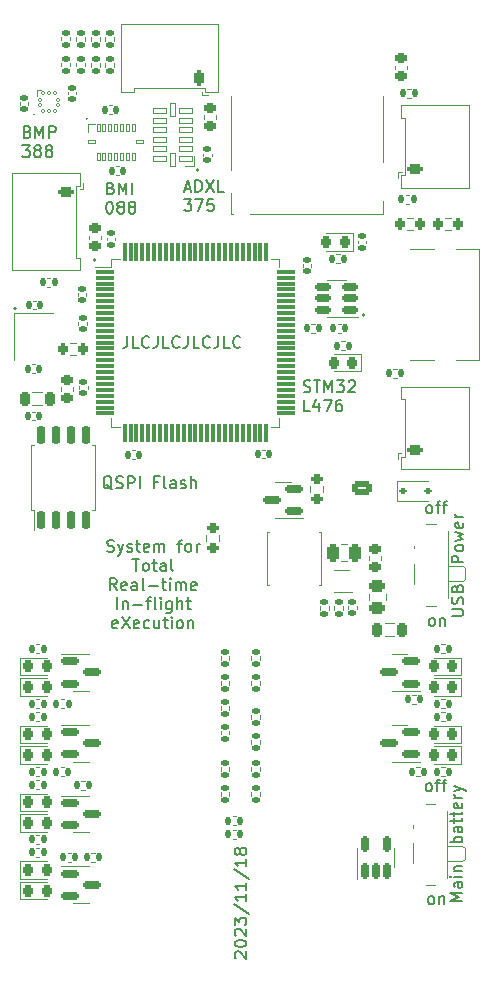
<source format=gto>
%TF.GenerationSoftware,KiCad,Pcbnew,7.0.2-0*%
%TF.CreationDate,2023-11-28T17:04:35-06:00*%
%TF.ProjectId,Flight Computer,466c6967-6874-4204-936f-6d7075746572,1.1*%
%TF.SameCoordinates,Original*%
%TF.FileFunction,Legend,Top*%
%TF.FilePolarity,Positive*%
%FSLAX46Y46*%
G04 Gerber Fmt 4.6, Leading zero omitted, Abs format (unit mm)*
G04 Created by KiCad (PCBNEW 7.0.2-0) date 2023-11-28 17:04:35*
%MOMM*%
%LPD*%
G01*
G04 APERTURE LIST*
G04 Aperture macros list*
%AMRoundRect*
0 Rectangle with rounded corners*
0 $1 Rounding radius*
0 $2 $3 $4 $5 $6 $7 $8 $9 X,Y pos of 4 corners*
0 Add a 4 corners polygon primitive as box body*
4,1,4,$2,$3,$4,$5,$6,$7,$8,$9,$2,$3,0*
0 Add four circle primitives for the rounded corners*
1,1,$1+$1,$2,$3*
1,1,$1+$1,$4,$5*
1,1,$1+$1,$6,$7*
1,1,$1+$1,$8,$9*
0 Add four rect primitives between the rounded corners*
20,1,$1+$1,$2,$3,$4,$5,0*
20,1,$1+$1,$4,$5,$6,$7,0*
20,1,$1+$1,$6,$7,$8,$9,0*
20,1,$1+$1,$8,$9,$2,$3,0*%
G04 Aperture macros list end*
%ADD10C,0.150000*%
%ADD11C,0.153000*%
%ADD12C,0.120000*%
%ADD13C,0.100000*%
%ADD14C,0.650000*%
%ADD15R,1.450000X0.600000*%
%ADD16R,1.450000X0.300000*%
%ADD17O,1.600000X1.000000*%
%ADD18O,2.100000X1.000000*%
%ADD19RoundRect,0.218750X-0.218750X-0.256250X0.218750X-0.256250X0.218750X0.256250X-0.218750X0.256250X0*%
%ADD20RoundRect,0.135000X-0.135000X-0.185000X0.135000X-0.185000X0.135000X0.185000X-0.135000X0.185000X0*%
%ADD21RoundRect,0.150000X-0.587500X-0.150000X0.587500X-0.150000X0.587500X0.150000X-0.587500X0.150000X0*%
%ADD22RoundRect,0.200000X-0.275000X0.200000X-0.275000X-0.200000X0.275000X-0.200000X0.275000X0.200000X0*%
%ADD23RoundRect,0.135000X-0.185000X0.135000X-0.185000X-0.135000X0.185000X-0.135000X0.185000X0.135000X0*%
%ADD24RoundRect,0.150000X0.587500X0.150000X-0.587500X0.150000X-0.587500X-0.150000X0.587500X-0.150000X0*%
%ADD25RoundRect,0.218750X0.218750X0.256250X-0.218750X0.256250X-0.218750X-0.256250X0.218750X-0.256250X0*%
%ADD26RoundRect,0.225000X0.250000X-0.225000X0.250000X0.225000X-0.250000X0.225000X-0.250000X-0.225000X0*%
%ADD27RoundRect,0.135000X0.185000X-0.135000X0.185000X0.135000X-0.185000X0.135000X-0.185000X-0.135000X0*%
%ADD28RoundRect,0.200000X0.200000X0.275000X-0.200000X0.275000X-0.200000X-0.275000X0.200000X-0.275000X0*%
%ADD29RoundRect,0.140000X0.140000X0.170000X-0.140000X0.170000X-0.140000X-0.170000X0.140000X-0.170000X0*%
%ADD30RoundRect,0.243750X0.456250X-0.243750X0.456250X0.243750X-0.456250X0.243750X-0.456250X-0.243750X0*%
%ADD31RoundRect,0.225000X-0.250000X0.225000X-0.250000X-0.225000X0.250000X-0.225000X0.250000X0.225000X0*%
%ADD32RoundRect,0.140000X-0.140000X-0.170000X0.140000X-0.170000X0.140000X0.170000X-0.140000X0.170000X0*%
%ADD33R,0.800000X1.000000*%
%ADD34C,0.900000*%
%ADD35R,1.500000X0.700000*%
%ADD36RoundRect,0.140000X0.170000X-0.140000X0.170000X0.140000X-0.170000X0.140000X-0.170000X-0.140000X0*%
%ADD37RoundRect,0.218750X0.218750X0.381250X-0.218750X0.381250X-0.218750X-0.381250X0.218750X-0.381250X0*%
%ADD38RoundRect,0.200000X0.450000X-0.200000X0.450000X0.200000X-0.450000X0.200000X-0.450000X-0.200000X0*%
%ADD39O,1.300000X0.800000*%
%ADD40RoundRect,0.140000X-0.170000X0.140000X-0.170000X-0.140000X0.170000X-0.140000X0.170000X0.140000X0*%
%ADD41RoundRect,0.135000X0.135000X0.185000X-0.135000X0.185000X-0.135000X-0.185000X0.135000X-0.185000X0*%
%ADD42R,3.700000X1.100000*%
%ADD43RoundRect,0.112500X-0.187500X-0.112500X0.187500X-0.112500X0.187500X0.112500X-0.187500X0.112500X0*%
%ADD44RoundRect,0.075000X-0.725000X-0.075000X0.725000X-0.075000X0.725000X0.075000X-0.725000X0.075000X0*%
%ADD45RoundRect,0.075000X-0.075000X-0.725000X0.075000X-0.725000X0.075000X0.725000X-0.075000X0.725000X0*%
%ADD46RoundRect,0.150000X0.150000X-0.512500X0.150000X0.512500X-0.150000X0.512500X-0.150000X-0.512500X0*%
%ADD47RoundRect,0.200000X0.200000X0.450000X-0.200000X0.450000X-0.200000X-0.450000X0.200000X-0.450000X0*%
%ADD48O,0.800000X1.300000*%
%ADD49RoundRect,0.150000X0.512500X0.150000X-0.512500X0.150000X-0.512500X-0.150000X0.512500X-0.150000X0*%
%ADD50R,0.700000X1.750000*%
%ADD51R,1.450000X1.000000*%
%ADD52R,1.000000X1.550000*%
%ADD53R,0.800000X1.500000*%
%ADD54R,1.300000X1.500000*%
%ADD55R,1.500000X1.500000*%
%ADD56R,0.800000X1.400000*%
%ADD57RoundRect,0.200000X0.275000X-0.200000X0.275000X0.200000X-0.275000X0.200000X-0.275000X-0.200000X0*%
%ADD58RoundRect,0.200000X-0.200000X-0.275000X0.200000X-0.275000X0.200000X0.275000X-0.200000X0.275000X0*%
%ADD59R,1.200000X1.400000*%
%ADD60RoundRect,0.012500X0.112500X-0.325000X0.112500X0.325000X-0.112500X0.325000X-0.112500X-0.325000X0*%
%ADD61RoundRect,0.012500X0.325000X-0.112500X0.325000X0.112500X-0.325000X0.112500X-0.325000X-0.112500X0*%
%ADD62RoundRect,0.200000X-0.450000X0.200000X-0.450000X-0.200000X0.450000X-0.200000X0.450000X0.200000X0*%
%ADD63RoundRect,0.250000X-0.250000X-0.475000X0.250000X-0.475000X0.250000X0.475000X-0.250000X0.475000X0*%
%ADD64RoundRect,0.012500X0.125000X-0.112500X0.125000X0.112500X-0.125000X0.112500X-0.125000X-0.112500X0*%
%ADD65RoundRect,0.012500X0.112500X-0.125000X0.112500X0.125000X-0.112500X0.125000X-0.112500X-0.125000X0*%
%ADD66RoundRect,0.027500X0.545000X0.247500X-0.545000X0.247500X-0.545000X-0.247500X0.545000X-0.247500X0*%
%ADD67RoundRect,0.027500X0.247500X0.545000X-0.247500X0.545000X-0.247500X-0.545000X0.247500X-0.545000X0*%
%ADD68RoundRect,0.150000X0.150000X-0.650000X0.150000X0.650000X-0.150000X0.650000X-0.150000X-0.650000X0*%
%ADD69R,0.700000X0.340000*%
%ADD70RoundRect,0.250000X-0.625000X0.350000X-0.625000X-0.350000X0.625000X-0.350000X0.625000X0.350000X0*%
%ADD71O,1.750000X1.200000*%
%ADD72C,2.000000*%
%ADD73R,2.000000X2.000000*%
G04 APERTURE END LIST*
D10*
X90540000Y-26620000D02*
G75*
G03*
X90540000Y-26620000I-50000J0D01*
G01*
X86006056Y-26260000D02*
G75*
G03*
X86006056Y-26260000I-36056J0D01*
G01*
X99930623Y-30960000D02*
G75*
G03*
X99930623Y-30960000I-80623J0D01*
G01*
X91226158Y-38560000D02*
G75*
G03*
X91226158Y-38560000I-76158J0D01*
G01*
X84512111Y-42690000D02*
G75*
G03*
X84512111Y-42690000I-72111J0D01*
G01*
X114030623Y-43250000D02*
G75*
G03*
X114030623Y-43250000I-80623J0D01*
G01*
D11*
X121377619Y-68711904D02*
X122187142Y-68711904D01*
X122187142Y-68711904D02*
X122282380Y-68664285D01*
X122282380Y-68664285D02*
X122330000Y-68616666D01*
X122330000Y-68616666D02*
X122377619Y-68521428D01*
X122377619Y-68521428D02*
X122377619Y-68330952D01*
X122377619Y-68330952D02*
X122330000Y-68235714D01*
X122330000Y-68235714D02*
X122282380Y-68188095D01*
X122282380Y-68188095D02*
X122187142Y-68140476D01*
X122187142Y-68140476D02*
X121377619Y-68140476D01*
X122330000Y-67711904D02*
X122377619Y-67569047D01*
X122377619Y-67569047D02*
X122377619Y-67330952D01*
X122377619Y-67330952D02*
X122330000Y-67235714D01*
X122330000Y-67235714D02*
X122282380Y-67188095D01*
X122282380Y-67188095D02*
X122187142Y-67140476D01*
X122187142Y-67140476D02*
X122091904Y-67140476D01*
X122091904Y-67140476D02*
X121996666Y-67188095D01*
X121996666Y-67188095D02*
X121949047Y-67235714D01*
X121949047Y-67235714D02*
X121901428Y-67330952D01*
X121901428Y-67330952D02*
X121853809Y-67521428D01*
X121853809Y-67521428D02*
X121806190Y-67616666D01*
X121806190Y-67616666D02*
X121758571Y-67664285D01*
X121758571Y-67664285D02*
X121663333Y-67711904D01*
X121663333Y-67711904D02*
X121568095Y-67711904D01*
X121568095Y-67711904D02*
X121472857Y-67664285D01*
X121472857Y-67664285D02*
X121425238Y-67616666D01*
X121425238Y-67616666D02*
X121377619Y-67521428D01*
X121377619Y-67521428D02*
X121377619Y-67283333D01*
X121377619Y-67283333D02*
X121425238Y-67140476D01*
X121853809Y-66378571D02*
X121901428Y-66235714D01*
X121901428Y-66235714D02*
X121949047Y-66188095D01*
X121949047Y-66188095D02*
X122044285Y-66140476D01*
X122044285Y-66140476D02*
X122187142Y-66140476D01*
X122187142Y-66140476D02*
X122282380Y-66188095D01*
X122282380Y-66188095D02*
X122330000Y-66235714D01*
X122330000Y-66235714D02*
X122377619Y-66330952D01*
X122377619Y-66330952D02*
X122377619Y-66711904D01*
X122377619Y-66711904D02*
X121377619Y-66711904D01*
X121377619Y-66711904D02*
X121377619Y-66378571D01*
X121377619Y-66378571D02*
X121425238Y-66283333D01*
X121425238Y-66283333D02*
X121472857Y-66235714D01*
X121472857Y-66235714D02*
X121568095Y-66188095D01*
X121568095Y-66188095D02*
X121663333Y-66188095D01*
X121663333Y-66188095D02*
X121758571Y-66235714D01*
X121758571Y-66235714D02*
X121806190Y-66283333D01*
X121806190Y-66283333D02*
X121853809Y-66378571D01*
X121853809Y-66378571D02*
X121853809Y-66711904D01*
X122377619Y-64188094D02*
X121377619Y-64188094D01*
X121377619Y-64188094D02*
X121377619Y-63807142D01*
X121377619Y-63807142D02*
X121425238Y-63711904D01*
X121425238Y-63711904D02*
X121472857Y-63664285D01*
X121472857Y-63664285D02*
X121568095Y-63616666D01*
X121568095Y-63616666D02*
X121710952Y-63616666D01*
X121710952Y-63616666D02*
X121806190Y-63664285D01*
X121806190Y-63664285D02*
X121853809Y-63711904D01*
X121853809Y-63711904D02*
X121901428Y-63807142D01*
X121901428Y-63807142D02*
X121901428Y-64188094D01*
X122377619Y-63045237D02*
X122330000Y-63140475D01*
X122330000Y-63140475D02*
X122282380Y-63188094D01*
X122282380Y-63188094D02*
X122187142Y-63235713D01*
X122187142Y-63235713D02*
X121901428Y-63235713D01*
X121901428Y-63235713D02*
X121806190Y-63188094D01*
X121806190Y-63188094D02*
X121758571Y-63140475D01*
X121758571Y-63140475D02*
X121710952Y-63045237D01*
X121710952Y-63045237D02*
X121710952Y-62902380D01*
X121710952Y-62902380D02*
X121758571Y-62807142D01*
X121758571Y-62807142D02*
X121806190Y-62759523D01*
X121806190Y-62759523D02*
X121901428Y-62711904D01*
X121901428Y-62711904D02*
X122187142Y-62711904D01*
X122187142Y-62711904D02*
X122282380Y-62759523D01*
X122282380Y-62759523D02*
X122330000Y-62807142D01*
X122330000Y-62807142D02*
X122377619Y-62902380D01*
X122377619Y-62902380D02*
X122377619Y-63045237D01*
X121710952Y-62378570D02*
X122377619Y-62188094D01*
X122377619Y-62188094D02*
X121901428Y-61997618D01*
X121901428Y-61997618D02*
X122377619Y-61807142D01*
X122377619Y-61807142D02*
X121710952Y-61616666D01*
X122330000Y-60854761D02*
X122377619Y-60949999D01*
X122377619Y-60949999D02*
X122377619Y-61140475D01*
X122377619Y-61140475D02*
X122330000Y-61235713D01*
X122330000Y-61235713D02*
X122234761Y-61283332D01*
X122234761Y-61283332D02*
X121853809Y-61283332D01*
X121853809Y-61283332D02*
X121758571Y-61235713D01*
X121758571Y-61235713D02*
X121710952Y-61140475D01*
X121710952Y-61140475D02*
X121710952Y-60949999D01*
X121710952Y-60949999D02*
X121758571Y-60854761D01*
X121758571Y-60854761D02*
X121853809Y-60807142D01*
X121853809Y-60807142D02*
X121949047Y-60807142D01*
X121949047Y-60807142D02*
X122044285Y-61283332D01*
X122377619Y-60378570D02*
X121710952Y-60378570D01*
X121901428Y-60378570D02*
X121806190Y-60330951D01*
X121806190Y-60330951D02*
X121758571Y-60283332D01*
X121758571Y-60283332D02*
X121710952Y-60188094D01*
X121710952Y-60188094D02*
X121710952Y-60092856D01*
X92219047Y-63250000D02*
X92361904Y-63297619D01*
X92361904Y-63297619D02*
X92599999Y-63297619D01*
X92599999Y-63297619D02*
X92695237Y-63250000D01*
X92695237Y-63250000D02*
X92742856Y-63202380D01*
X92742856Y-63202380D02*
X92790475Y-63107142D01*
X92790475Y-63107142D02*
X92790475Y-63011904D01*
X92790475Y-63011904D02*
X92742856Y-62916666D01*
X92742856Y-62916666D02*
X92695237Y-62869047D01*
X92695237Y-62869047D02*
X92599999Y-62821428D01*
X92599999Y-62821428D02*
X92409523Y-62773809D01*
X92409523Y-62773809D02*
X92314285Y-62726190D01*
X92314285Y-62726190D02*
X92266666Y-62678571D01*
X92266666Y-62678571D02*
X92219047Y-62583333D01*
X92219047Y-62583333D02*
X92219047Y-62488095D01*
X92219047Y-62488095D02*
X92266666Y-62392857D01*
X92266666Y-62392857D02*
X92314285Y-62345238D01*
X92314285Y-62345238D02*
X92409523Y-62297619D01*
X92409523Y-62297619D02*
X92647618Y-62297619D01*
X92647618Y-62297619D02*
X92790475Y-62345238D01*
X93123809Y-62630952D02*
X93361904Y-63297619D01*
X93599999Y-62630952D02*
X93361904Y-63297619D01*
X93361904Y-63297619D02*
X93266666Y-63535714D01*
X93266666Y-63535714D02*
X93219047Y-63583333D01*
X93219047Y-63583333D02*
X93123809Y-63630952D01*
X93933333Y-63250000D02*
X94028571Y-63297619D01*
X94028571Y-63297619D02*
X94219047Y-63297619D01*
X94219047Y-63297619D02*
X94314285Y-63250000D01*
X94314285Y-63250000D02*
X94361904Y-63154761D01*
X94361904Y-63154761D02*
X94361904Y-63107142D01*
X94361904Y-63107142D02*
X94314285Y-63011904D01*
X94314285Y-63011904D02*
X94219047Y-62964285D01*
X94219047Y-62964285D02*
X94076190Y-62964285D01*
X94076190Y-62964285D02*
X93980952Y-62916666D01*
X93980952Y-62916666D02*
X93933333Y-62821428D01*
X93933333Y-62821428D02*
X93933333Y-62773809D01*
X93933333Y-62773809D02*
X93980952Y-62678571D01*
X93980952Y-62678571D02*
X94076190Y-62630952D01*
X94076190Y-62630952D02*
X94219047Y-62630952D01*
X94219047Y-62630952D02*
X94314285Y-62678571D01*
X94647619Y-62630952D02*
X95028571Y-62630952D01*
X94790476Y-62297619D02*
X94790476Y-63154761D01*
X94790476Y-63154761D02*
X94838095Y-63250000D01*
X94838095Y-63250000D02*
X94933333Y-63297619D01*
X94933333Y-63297619D02*
X95028571Y-63297619D01*
X95742857Y-63250000D02*
X95647619Y-63297619D01*
X95647619Y-63297619D02*
X95457143Y-63297619D01*
X95457143Y-63297619D02*
X95361905Y-63250000D01*
X95361905Y-63250000D02*
X95314286Y-63154761D01*
X95314286Y-63154761D02*
X95314286Y-62773809D01*
X95314286Y-62773809D02*
X95361905Y-62678571D01*
X95361905Y-62678571D02*
X95457143Y-62630952D01*
X95457143Y-62630952D02*
X95647619Y-62630952D01*
X95647619Y-62630952D02*
X95742857Y-62678571D01*
X95742857Y-62678571D02*
X95790476Y-62773809D01*
X95790476Y-62773809D02*
X95790476Y-62869047D01*
X95790476Y-62869047D02*
X95314286Y-62964285D01*
X96219048Y-63297619D02*
X96219048Y-62630952D01*
X96219048Y-62726190D02*
X96266667Y-62678571D01*
X96266667Y-62678571D02*
X96361905Y-62630952D01*
X96361905Y-62630952D02*
X96504762Y-62630952D01*
X96504762Y-62630952D02*
X96600000Y-62678571D01*
X96600000Y-62678571D02*
X96647619Y-62773809D01*
X96647619Y-62773809D02*
X96647619Y-63297619D01*
X96647619Y-62773809D02*
X96695238Y-62678571D01*
X96695238Y-62678571D02*
X96790476Y-62630952D01*
X96790476Y-62630952D02*
X96933333Y-62630952D01*
X96933333Y-62630952D02*
X97028572Y-62678571D01*
X97028572Y-62678571D02*
X97076191Y-62773809D01*
X97076191Y-62773809D02*
X97076191Y-63297619D01*
X98171429Y-62630952D02*
X98552381Y-62630952D01*
X98314286Y-63297619D02*
X98314286Y-62440476D01*
X98314286Y-62440476D02*
X98361905Y-62345238D01*
X98361905Y-62345238D02*
X98457143Y-62297619D01*
X98457143Y-62297619D02*
X98552381Y-62297619D01*
X99028572Y-63297619D02*
X98933334Y-63250000D01*
X98933334Y-63250000D02*
X98885715Y-63202380D01*
X98885715Y-63202380D02*
X98838096Y-63107142D01*
X98838096Y-63107142D02*
X98838096Y-62821428D01*
X98838096Y-62821428D02*
X98885715Y-62726190D01*
X98885715Y-62726190D02*
X98933334Y-62678571D01*
X98933334Y-62678571D02*
X99028572Y-62630952D01*
X99028572Y-62630952D02*
X99171429Y-62630952D01*
X99171429Y-62630952D02*
X99266667Y-62678571D01*
X99266667Y-62678571D02*
X99314286Y-62726190D01*
X99314286Y-62726190D02*
X99361905Y-62821428D01*
X99361905Y-62821428D02*
X99361905Y-63107142D01*
X99361905Y-63107142D02*
X99314286Y-63202380D01*
X99314286Y-63202380D02*
X99266667Y-63250000D01*
X99266667Y-63250000D02*
X99171429Y-63297619D01*
X99171429Y-63297619D02*
X99028572Y-63297619D01*
X99790477Y-63297619D02*
X99790477Y-62630952D01*
X99790477Y-62821428D02*
X99838096Y-62726190D01*
X99838096Y-62726190D02*
X99885715Y-62678571D01*
X99885715Y-62678571D02*
X99980953Y-62630952D01*
X99980953Y-62630952D02*
X100076191Y-62630952D01*
X94361904Y-63917619D02*
X94933332Y-63917619D01*
X94647618Y-64917619D02*
X94647618Y-63917619D01*
X95409523Y-64917619D02*
X95314285Y-64870000D01*
X95314285Y-64870000D02*
X95266666Y-64822380D01*
X95266666Y-64822380D02*
X95219047Y-64727142D01*
X95219047Y-64727142D02*
X95219047Y-64441428D01*
X95219047Y-64441428D02*
X95266666Y-64346190D01*
X95266666Y-64346190D02*
X95314285Y-64298571D01*
X95314285Y-64298571D02*
X95409523Y-64250952D01*
X95409523Y-64250952D02*
X95552380Y-64250952D01*
X95552380Y-64250952D02*
X95647618Y-64298571D01*
X95647618Y-64298571D02*
X95695237Y-64346190D01*
X95695237Y-64346190D02*
X95742856Y-64441428D01*
X95742856Y-64441428D02*
X95742856Y-64727142D01*
X95742856Y-64727142D02*
X95695237Y-64822380D01*
X95695237Y-64822380D02*
X95647618Y-64870000D01*
X95647618Y-64870000D02*
X95552380Y-64917619D01*
X95552380Y-64917619D02*
X95409523Y-64917619D01*
X96028571Y-64250952D02*
X96409523Y-64250952D01*
X96171428Y-63917619D02*
X96171428Y-64774761D01*
X96171428Y-64774761D02*
X96219047Y-64870000D01*
X96219047Y-64870000D02*
X96314285Y-64917619D01*
X96314285Y-64917619D02*
X96409523Y-64917619D01*
X97171428Y-64917619D02*
X97171428Y-64393809D01*
X97171428Y-64393809D02*
X97123809Y-64298571D01*
X97123809Y-64298571D02*
X97028571Y-64250952D01*
X97028571Y-64250952D02*
X96838095Y-64250952D01*
X96838095Y-64250952D02*
X96742857Y-64298571D01*
X97171428Y-64870000D02*
X97076190Y-64917619D01*
X97076190Y-64917619D02*
X96838095Y-64917619D01*
X96838095Y-64917619D02*
X96742857Y-64870000D01*
X96742857Y-64870000D02*
X96695238Y-64774761D01*
X96695238Y-64774761D02*
X96695238Y-64679523D01*
X96695238Y-64679523D02*
X96742857Y-64584285D01*
X96742857Y-64584285D02*
X96838095Y-64536666D01*
X96838095Y-64536666D02*
X97076190Y-64536666D01*
X97076190Y-64536666D02*
X97171428Y-64489047D01*
X97790476Y-64917619D02*
X97695238Y-64870000D01*
X97695238Y-64870000D02*
X97647619Y-64774761D01*
X97647619Y-64774761D02*
X97647619Y-63917619D01*
X93028571Y-66537619D02*
X92695238Y-66061428D01*
X92457143Y-66537619D02*
X92457143Y-65537619D01*
X92457143Y-65537619D02*
X92838095Y-65537619D01*
X92838095Y-65537619D02*
X92933333Y-65585238D01*
X92933333Y-65585238D02*
X92980952Y-65632857D01*
X92980952Y-65632857D02*
X93028571Y-65728095D01*
X93028571Y-65728095D02*
X93028571Y-65870952D01*
X93028571Y-65870952D02*
X92980952Y-65966190D01*
X92980952Y-65966190D02*
X92933333Y-66013809D01*
X92933333Y-66013809D02*
X92838095Y-66061428D01*
X92838095Y-66061428D02*
X92457143Y-66061428D01*
X93838095Y-66490000D02*
X93742857Y-66537619D01*
X93742857Y-66537619D02*
X93552381Y-66537619D01*
X93552381Y-66537619D02*
X93457143Y-66490000D01*
X93457143Y-66490000D02*
X93409524Y-66394761D01*
X93409524Y-66394761D02*
X93409524Y-66013809D01*
X93409524Y-66013809D02*
X93457143Y-65918571D01*
X93457143Y-65918571D02*
X93552381Y-65870952D01*
X93552381Y-65870952D02*
X93742857Y-65870952D01*
X93742857Y-65870952D02*
X93838095Y-65918571D01*
X93838095Y-65918571D02*
X93885714Y-66013809D01*
X93885714Y-66013809D02*
X93885714Y-66109047D01*
X93885714Y-66109047D02*
X93409524Y-66204285D01*
X94742857Y-66537619D02*
X94742857Y-66013809D01*
X94742857Y-66013809D02*
X94695238Y-65918571D01*
X94695238Y-65918571D02*
X94600000Y-65870952D01*
X94600000Y-65870952D02*
X94409524Y-65870952D01*
X94409524Y-65870952D02*
X94314286Y-65918571D01*
X94742857Y-66490000D02*
X94647619Y-66537619D01*
X94647619Y-66537619D02*
X94409524Y-66537619D01*
X94409524Y-66537619D02*
X94314286Y-66490000D01*
X94314286Y-66490000D02*
X94266667Y-66394761D01*
X94266667Y-66394761D02*
X94266667Y-66299523D01*
X94266667Y-66299523D02*
X94314286Y-66204285D01*
X94314286Y-66204285D02*
X94409524Y-66156666D01*
X94409524Y-66156666D02*
X94647619Y-66156666D01*
X94647619Y-66156666D02*
X94742857Y-66109047D01*
X95361905Y-66537619D02*
X95266667Y-66490000D01*
X95266667Y-66490000D02*
X95219048Y-66394761D01*
X95219048Y-66394761D02*
X95219048Y-65537619D01*
X95742858Y-66156666D02*
X96504763Y-66156666D01*
X96838096Y-65870952D02*
X97219048Y-65870952D01*
X96980953Y-65537619D02*
X96980953Y-66394761D01*
X96980953Y-66394761D02*
X97028572Y-66490000D01*
X97028572Y-66490000D02*
X97123810Y-66537619D01*
X97123810Y-66537619D02*
X97219048Y-66537619D01*
X97552382Y-66537619D02*
X97552382Y-65870952D01*
X97552382Y-65537619D02*
X97504763Y-65585238D01*
X97504763Y-65585238D02*
X97552382Y-65632857D01*
X97552382Y-65632857D02*
X97600001Y-65585238D01*
X97600001Y-65585238D02*
X97552382Y-65537619D01*
X97552382Y-65537619D02*
X97552382Y-65632857D01*
X98028572Y-66537619D02*
X98028572Y-65870952D01*
X98028572Y-65966190D02*
X98076191Y-65918571D01*
X98076191Y-65918571D02*
X98171429Y-65870952D01*
X98171429Y-65870952D02*
X98314286Y-65870952D01*
X98314286Y-65870952D02*
X98409524Y-65918571D01*
X98409524Y-65918571D02*
X98457143Y-66013809D01*
X98457143Y-66013809D02*
X98457143Y-66537619D01*
X98457143Y-66013809D02*
X98504762Y-65918571D01*
X98504762Y-65918571D02*
X98600000Y-65870952D01*
X98600000Y-65870952D02*
X98742857Y-65870952D01*
X98742857Y-65870952D02*
X98838096Y-65918571D01*
X98838096Y-65918571D02*
X98885715Y-66013809D01*
X98885715Y-66013809D02*
X98885715Y-66537619D01*
X99742857Y-66490000D02*
X99647619Y-66537619D01*
X99647619Y-66537619D02*
X99457143Y-66537619D01*
X99457143Y-66537619D02*
X99361905Y-66490000D01*
X99361905Y-66490000D02*
X99314286Y-66394761D01*
X99314286Y-66394761D02*
X99314286Y-66013809D01*
X99314286Y-66013809D02*
X99361905Y-65918571D01*
X99361905Y-65918571D02*
X99457143Y-65870952D01*
X99457143Y-65870952D02*
X99647619Y-65870952D01*
X99647619Y-65870952D02*
X99742857Y-65918571D01*
X99742857Y-65918571D02*
X99790476Y-66013809D01*
X99790476Y-66013809D02*
X99790476Y-66109047D01*
X99790476Y-66109047D02*
X99314286Y-66204285D01*
X93052381Y-68157619D02*
X93052381Y-67157619D01*
X93528571Y-67490952D02*
X93528571Y-68157619D01*
X93528571Y-67586190D02*
X93576190Y-67538571D01*
X93576190Y-67538571D02*
X93671428Y-67490952D01*
X93671428Y-67490952D02*
X93814285Y-67490952D01*
X93814285Y-67490952D02*
X93909523Y-67538571D01*
X93909523Y-67538571D02*
X93957142Y-67633809D01*
X93957142Y-67633809D02*
X93957142Y-68157619D01*
X94433333Y-67776666D02*
X95195238Y-67776666D01*
X95528571Y-67490952D02*
X95909523Y-67490952D01*
X95671428Y-68157619D02*
X95671428Y-67300476D01*
X95671428Y-67300476D02*
X95719047Y-67205238D01*
X95719047Y-67205238D02*
X95814285Y-67157619D01*
X95814285Y-67157619D02*
X95909523Y-67157619D01*
X96385714Y-68157619D02*
X96290476Y-68110000D01*
X96290476Y-68110000D02*
X96242857Y-68014761D01*
X96242857Y-68014761D02*
X96242857Y-67157619D01*
X96766667Y-68157619D02*
X96766667Y-67490952D01*
X96766667Y-67157619D02*
X96719048Y-67205238D01*
X96719048Y-67205238D02*
X96766667Y-67252857D01*
X96766667Y-67252857D02*
X96814286Y-67205238D01*
X96814286Y-67205238D02*
X96766667Y-67157619D01*
X96766667Y-67157619D02*
X96766667Y-67252857D01*
X97671428Y-67490952D02*
X97671428Y-68300476D01*
X97671428Y-68300476D02*
X97623809Y-68395714D01*
X97623809Y-68395714D02*
X97576190Y-68443333D01*
X97576190Y-68443333D02*
X97480952Y-68490952D01*
X97480952Y-68490952D02*
X97338095Y-68490952D01*
X97338095Y-68490952D02*
X97242857Y-68443333D01*
X97671428Y-68110000D02*
X97576190Y-68157619D01*
X97576190Y-68157619D02*
X97385714Y-68157619D01*
X97385714Y-68157619D02*
X97290476Y-68110000D01*
X97290476Y-68110000D02*
X97242857Y-68062380D01*
X97242857Y-68062380D02*
X97195238Y-67967142D01*
X97195238Y-67967142D02*
X97195238Y-67681428D01*
X97195238Y-67681428D02*
X97242857Y-67586190D01*
X97242857Y-67586190D02*
X97290476Y-67538571D01*
X97290476Y-67538571D02*
X97385714Y-67490952D01*
X97385714Y-67490952D02*
X97576190Y-67490952D01*
X97576190Y-67490952D02*
X97671428Y-67538571D01*
X98147619Y-68157619D02*
X98147619Y-67157619D01*
X98576190Y-68157619D02*
X98576190Y-67633809D01*
X98576190Y-67633809D02*
X98528571Y-67538571D01*
X98528571Y-67538571D02*
X98433333Y-67490952D01*
X98433333Y-67490952D02*
X98290476Y-67490952D01*
X98290476Y-67490952D02*
X98195238Y-67538571D01*
X98195238Y-67538571D02*
X98147619Y-67586190D01*
X98909524Y-67490952D02*
X99290476Y-67490952D01*
X99052381Y-67157619D02*
X99052381Y-68014761D01*
X99052381Y-68014761D02*
X99100000Y-68110000D01*
X99100000Y-68110000D02*
X99195238Y-68157619D01*
X99195238Y-68157619D02*
X99290476Y-68157619D01*
X93076190Y-69730000D02*
X92980952Y-69777619D01*
X92980952Y-69777619D02*
X92790476Y-69777619D01*
X92790476Y-69777619D02*
X92695238Y-69730000D01*
X92695238Y-69730000D02*
X92647619Y-69634761D01*
X92647619Y-69634761D02*
X92647619Y-69253809D01*
X92647619Y-69253809D02*
X92695238Y-69158571D01*
X92695238Y-69158571D02*
X92790476Y-69110952D01*
X92790476Y-69110952D02*
X92980952Y-69110952D01*
X92980952Y-69110952D02*
X93076190Y-69158571D01*
X93076190Y-69158571D02*
X93123809Y-69253809D01*
X93123809Y-69253809D02*
X93123809Y-69349047D01*
X93123809Y-69349047D02*
X92647619Y-69444285D01*
X93457143Y-68777619D02*
X94123809Y-69777619D01*
X94123809Y-68777619D02*
X93457143Y-69777619D01*
X94885714Y-69730000D02*
X94790476Y-69777619D01*
X94790476Y-69777619D02*
X94600000Y-69777619D01*
X94600000Y-69777619D02*
X94504762Y-69730000D01*
X94504762Y-69730000D02*
X94457143Y-69634761D01*
X94457143Y-69634761D02*
X94457143Y-69253809D01*
X94457143Y-69253809D02*
X94504762Y-69158571D01*
X94504762Y-69158571D02*
X94600000Y-69110952D01*
X94600000Y-69110952D02*
X94790476Y-69110952D01*
X94790476Y-69110952D02*
X94885714Y-69158571D01*
X94885714Y-69158571D02*
X94933333Y-69253809D01*
X94933333Y-69253809D02*
X94933333Y-69349047D01*
X94933333Y-69349047D02*
X94457143Y-69444285D01*
X95790476Y-69730000D02*
X95695238Y-69777619D01*
X95695238Y-69777619D02*
X95504762Y-69777619D01*
X95504762Y-69777619D02*
X95409524Y-69730000D01*
X95409524Y-69730000D02*
X95361905Y-69682380D01*
X95361905Y-69682380D02*
X95314286Y-69587142D01*
X95314286Y-69587142D02*
X95314286Y-69301428D01*
X95314286Y-69301428D02*
X95361905Y-69206190D01*
X95361905Y-69206190D02*
X95409524Y-69158571D01*
X95409524Y-69158571D02*
X95504762Y-69110952D01*
X95504762Y-69110952D02*
X95695238Y-69110952D01*
X95695238Y-69110952D02*
X95790476Y-69158571D01*
X96647619Y-69110952D02*
X96647619Y-69777619D01*
X96219048Y-69110952D02*
X96219048Y-69634761D01*
X96219048Y-69634761D02*
X96266667Y-69730000D01*
X96266667Y-69730000D02*
X96361905Y-69777619D01*
X96361905Y-69777619D02*
X96504762Y-69777619D01*
X96504762Y-69777619D02*
X96600000Y-69730000D01*
X96600000Y-69730000D02*
X96647619Y-69682380D01*
X96980953Y-69110952D02*
X97361905Y-69110952D01*
X97123810Y-68777619D02*
X97123810Y-69634761D01*
X97123810Y-69634761D02*
X97171429Y-69730000D01*
X97171429Y-69730000D02*
X97266667Y-69777619D01*
X97266667Y-69777619D02*
X97361905Y-69777619D01*
X97695239Y-69777619D02*
X97695239Y-69110952D01*
X97695239Y-68777619D02*
X97647620Y-68825238D01*
X97647620Y-68825238D02*
X97695239Y-68872857D01*
X97695239Y-68872857D02*
X97742858Y-68825238D01*
X97742858Y-68825238D02*
X97695239Y-68777619D01*
X97695239Y-68777619D02*
X97695239Y-68872857D01*
X98314286Y-69777619D02*
X98219048Y-69730000D01*
X98219048Y-69730000D02*
X98171429Y-69682380D01*
X98171429Y-69682380D02*
X98123810Y-69587142D01*
X98123810Y-69587142D02*
X98123810Y-69301428D01*
X98123810Y-69301428D02*
X98171429Y-69206190D01*
X98171429Y-69206190D02*
X98219048Y-69158571D01*
X98219048Y-69158571D02*
X98314286Y-69110952D01*
X98314286Y-69110952D02*
X98457143Y-69110952D01*
X98457143Y-69110952D02*
X98552381Y-69158571D01*
X98552381Y-69158571D02*
X98600000Y-69206190D01*
X98600000Y-69206190D02*
X98647619Y-69301428D01*
X98647619Y-69301428D02*
X98647619Y-69587142D01*
X98647619Y-69587142D02*
X98600000Y-69682380D01*
X98600000Y-69682380D02*
X98552381Y-69730000D01*
X98552381Y-69730000D02*
X98457143Y-69777619D01*
X98457143Y-69777619D02*
X98314286Y-69777619D01*
X99076191Y-69110952D02*
X99076191Y-69777619D01*
X99076191Y-69206190D02*
X99123810Y-69158571D01*
X99123810Y-69158571D02*
X99219048Y-69110952D01*
X99219048Y-69110952D02*
X99361905Y-69110952D01*
X99361905Y-69110952D02*
X99457143Y-69158571D01*
X99457143Y-69158571D02*
X99504762Y-69253809D01*
X99504762Y-69253809D02*
X99504762Y-69777619D01*
X92634761Y-58012857D02*
X92539523Y-57965238D01*
X92539523Y-57965238D02*
X92444285Y-57870000D01*
X92444285Y-57870000D02*
X92301428Y-57727142D01*
X92301428Y-57727142D02*
X92206190Y-57679523D01*
X92206190Y-57679523D02*
X92110952Y-57679523D01*
X92158571Y-57917619D02*
X92063333Y-57870000D01*
X92063333Y-57870000D02*
X91968095Y-57774761D01*
X91968095Y-57774761D02*
X91920476Y-57584285D01*
X91920476Y-57584285D02*
X91920476Y-57250952D01*
X91920476Y-57250952D02*
X91968095Y-57060476D01*
X91968095Y-57060476D02*
X92063333Y-56965238D01*
X92063333Y-56965238D02*
X92158571Y-56917619D01*
X92158571Y-56917619D02*
X92349047Y-56917619D01*
X92349047Y-56917619D02*
X92444285Y-56965238D01*
X92444285Y-56965238D02*
X92539523Y-57060476D01*
X92539523Y-57060476D02*
X92587142Y-57250952D01*
X92587142Y-57250952D02*
X92587142Y-57584285D01*
X92587142Y-57584285D02*
X92539523Y-57774761D01*
X92539523Y-57774761D02*
X92444285Y-57870000D01*
X92444285Y-57870000D02*
X92349047Y-57917619D01*
X92349047Y-57917619D02*
X92158571Y-57917619D01*
X92968095Y-57870000D02*
X93110952Y-57917619D01*
X93110952Y-57917619D02*
X93349047Y-57917619D01*
X93349047Y-57917619D02*
X93444285Y-57870000D01*
X93444285Y-57870000D02*
X93491904Y-57822380D01*
X93491904Y-57822380D02*
X93539523Y-57727142D01*
X93539523Y-57727142D02*
X93539523Y-57631904D01*
X93539523Y-57631904D02*
X93491904Y-57536666D01*
X93491904Y-57536666D02*
X93444285Y-57489047D01*
X93444285Y-57489047D02*
X93349047Y-57441428D01*
X93349047Y-57441428D02*
X93158571Y-57393809D01*
X93158571Y-57393809D02*
X93063333Y-57346190D01*
X93063333Y-57346190D02*
X93015714Y-57298571D01*
X93015714Y-57298571D02*
X92968095Y-57203333D01*
X92968095Y-57203333D02*
X92968095Y-57108095D01*
X92968095Y-57108095D02*
X93015714Y-57012857D01*
X93015714Y-57012857D02*
X93063333Y-56965238D01*
X93063333Y-56965238D02*
X93158571Y-56917619D01*
X93158571Y-56917619D02*
X93396666Y-56917619D01*
X93396666Y-56917619D02*
X93539523Y-56965238D01*
X93968095Y-57917619D02*
X93968095Y-56917619D01*
X93968095Y-56917619D02*
X94349047Y-56917619D01*
X94349047Y-56917619D02*
X94444285Y-56965238D01*
X94444285Y-56965238D02*
X94491904Y-57012857D01*
X94491904Y-57012857D02*
X94539523Y-57108095D01*
X94539523Y-57108095D02*
X94539523Y-57250952D01*
X94539523Y-57250952D02*
X94491904Y-57346190D01*
X94491904Y-57346190D02*
X94444285Y-57393809D01*
X94444285Y-57393809D02*
X94349047Y-57441428D01*
X94349047Y-57441428D02*
X93968095Y-57441428D01*
X94968095Y-57917619D02*
X94968095Y-56917619D01*
X96539523Y-57393809D02*
X96206190Y-57393809D01*
X96206190Y-57917619D02*
X96206190Y-56917619D01*
X96206190Y-56917619D02*
X96682380Y-56917619D01*
X97206190Y-57917619D02*
X97110952Y-57870000D01*
X97110952Y-57870000D02*
X97063333Y-57774761D01*
X97063333Y-57774761D02*
X97063333Y-56917619D01*
X98015714Y-57917619D02*
X98015714Y-57393809D01*
X98015714Y-57393809D02*
X97968095Y-57298571D01*
X97968095Y-57298571D02*
X97872857Y-57250952D01*
X97872857Y-57250952D02*
X97682381Y-57250952D01*
X97682381Y-57250952D02*
X97587143Y-57298571D01*
X98015714Y-57870000D02*
X97920476Y-57917619D01*
X97920476Y-57917619D02*
X97682381Y-57917619D01*
X97682381Y-57917619D02*
X97587143Y-57870000D01*
X97587143Y-57870000D02*
X97539524Y-57774761D01*
X97539524Y-57774761D02*
X97539524Y-57679523D01*
X97539524Y-57679523D02*
X97587143Y-57584285D01*
X97587143Y-57584285D02*
X97682381Y-57536666D01*
X97682381Y-57536666D02*
X97920476Y-57536666D01*
X97920476Y-57536666D02*
X98015714Y-57489047D01*
X98444286Y-57870000D02*
X98539524Y-57917619D01*
X98539524Y-57917619D02*
X98730000Y-57917619D01*
X98730000Y-57917619D02*
X98825238Y-57870000D01*
X98825238Y-57870000D02*
X98872857Y-57774761D01*
X98872857Y-57774761D02*
X98872857Y-57727142D01*
X98872857Y-57727142D02*
X98825238Y-57631904D01*
X98825238Y-57631904D02*
X98730000Y-57584285D01*
X98730000Y-57584285D02*
X98587143Y-57584285D01*
X98587143Y-57584285D02*
X98491905Y-57536666D01*
X98491905Y-57536666D02*
X98444286Y-57441428D01*
X98444286Y-57441428D02*
X98444286Y-57393809D01*
X98444286Y-57393809D02*
X98491905Y-57298571D01*
X98491905Y-57298571D02*
X98587143Y-57250952D01*
X98587143Y-57250952D02*
X98730000Y-57250952D01*
X98730000Y-57250952D02*
X98825238Y-57298571D01*
X99301429Y-57917619D02*
X99301429Y-56917619D01*
X99730000Y-57917619D02*
X99730000Y-57393809D01*
X99730000Y-57393809D02*
X99682381Y-57298571D01*
X99682381Y-57298571D02*
X99587143Y-57250952D01*
X99587143Y-57250952D02*
X99444286Y-57250952D01*
X99444286Y-57250952D02*
X99349048Y-57298571D01*
X99349048Y-57298571D02*
X99301429Y-57346190D01*
X119430952Y-60027619D02*
X119335714Y-59980000D01*
X119335714Y-59980000D02*
X119288095Y-59932380D01*
X119288095Y-59932380D02*
X119240476Y-59837142D01*
X119240476Y-59837142D02*
X119240476Y-59551428D01*
X119240476Y-59551428D02*
X119288095Y-59456190D01*
X119288095Y-59456190D02*
X119335714Y-59408571D01*
X119335714Y-59408571D02*
X119430952Y-59360952D01*
X119430952Y-59360952D02*
X119573809Y-59360952D01*
X119573809Y-59360952D02*
X119669047Y-59408571D01*
X119669047Y-59408571D02*
X119716666Y-59456190D01*
X119716666Y-59456190D02*
X119764285Y-59551428D01*
X119764285Y-59551428D02*
X119764285Y-59837142D01*
X119764285Y-59837142D02*
X119716666Y-59932380D01*
X119716666Y-59932380D02*
X119669047Y-59980000D01*
X119669047Y-59980000D02*
X119573809Y-60027619D01*
X119573809Y-60027619D02*
X119430952Y-60027619D01*
X120050000Y-59360952D02*
X120430952Y-59360952D01*
X120192857Y-60027619D02*
X120192857Y-59170476D01*
X120192857Y-59170476D02*
X120240476Y-59075238D01*
X120240476Y-59075238D02*
X120335714Y-59027619D01*
X120335714Y-59027619D02*
X120430952Y-59027619D01*
X120621429Y-59360952D02*
X121002381Y-59360952D01*
X120764286Y-60027619D02*
X120764286Y-59170476D01*
X120764286Y-59170476D02*
X120811905Y-59075238D01*
X120811905Y-59075238D02*
X120907143Y-59027619D01*
X120907143Y-59027619D02*
X121002381Y-59027619D01*
X108850476Y-49740000D02*
X108993333Y-49787619D01*
X108993333Y-49787619D02*
X109231428Y-49787619D01*
X109231428Y-49787619D02*
X109326666Y-49740000D01*
X109326666Y-49740000D02*
X109374285Y-49692380D01*
X109374285Y-49692380D02*
X109421904Y-49597142D01*
X109421904Y-49597142D02*
X109421904Y-49501904D01*
X109421904Y-49501904D02*
X109374285Y-49406666D01*
X109374285Y-49406666D02*
X109326666Y-49359047D01*
X109326666Y-49359047D02*
X109231428Y-49311428D01*
X109231428Y-49311428D02*
X109040952Y-49263809D01*
X109040952Y-49263809D02*
X108945714Y-49216190D01*
X108945714Y-49216190D02*
X108898095Y-49168571D01*
X108898095Y-49168571D02*
X108850476Y-49073333D01*
X108850476Y-49073333D02*
X108850476Y-48978095D01*
X108850476Y-48978095D02*
X108898095Y-48882857D01*
X108898095Y-48882857D02*
X108945714Y-48835238D01*
X108945714Y-48835238D02*
X109040952Y-48787619D01*
X109040952Y-48787619D02*
X109279047Y-48787619D01*
X109279047Y-48787619D02*
X109421904Y-48835238D01*
X109707619Y-48787619D02*
X110279047Y-48787619D01*
X109993333Y-49787619D02*
X109993333Y-48787619D01*
X110612381Y-49787619D02*
X110612381Y-48787619D01*
X110612381Y-48787619D02*
X110945714Y-49501904D01*
X110945714Y-49501904D02*
X111279047Y-48787619D01*
X111279047Y-48787619D02*
X111279047Y-49787619D01*
X111660000Y-48787619D02*
X112279047Y-48787619D01*
X112279047Y-48787619D02*
X111945714Y-49168571D01*
X111945714Y-49168571D02*
X112088571Y-49168571D01*
X112088571Y-49168571D02*
X112183809Y-49216190D01*
X112183809Y-49216190D02*
X112231428Y-49263809D01*
X112231428Y-49263809D02*
X112279047Y-49359047D01*
X112279047Y-49359047D02*
X112279047Y-49597142D01*
X112279047Y-49597142D02*
X112231428Y-49692380D01*
X112231428Y-49692380D02*
X112183809Y-49740000D01*
X112183809Y-49740000D02*
X112088571Y-49787619D01*
X112088571Y-49787619D02*
X111802857Y-49787619D01*
X111802857Y-49787619D02*
X111707619Y-49740000D01*
X111707619Y-49740000D02*
X111660000Y-49692380D01*
X112660000Y-48882857D02*
X112707619Y-48835238D01*
X112707619Y-48835238D02*
X112802857Y-48787619D01*
X112802857Y-48787619D02*
X113040952Y-48787619D01*
X113040952Y-48787619D02*
X113136190Y-48835238D01*
X113136190Y-48835238D02*
X113183809Y-48882857D01*
X113183809Y-48882857D02*
X113231428Y-48978095D01*
X113231428Y-48978095D02*
X113231428Y-49073333D01*
X113231428Y-49073333D02*
X113183809Y-49216190D01*
X113183809Y-49216190D02*
X112612381Y-49787619D01*
X112612381Y-49787619D02*
X113231428Y-49787619D01*
X109374285Y-51407619D02*
X108898095Y-51407619D01*
X108898095Y-51407619D02*
X108898095Y-50407619D01*
X110136190Y-50740952D02*
X110136190Y-51407619D01*
X109898095Y-50360000D02*
X109660000Y-51074285D01*
X109660000Y-51074285D02*
X110279047Y-51074285D01*
X110564762Y-50407619D02*
X111231428Y-50407619D01*
X111231428Y-50407619D02*
X110802857Y-51407619D01*
X112040952Y-50407619D02*
X111850476Y-50407619D01*
X111850476Y-50407619D02*
X111755238Y-50455238D01*
X111755238Y-50455238D02*
X111707619Y-50502857D01*
X111707619Y-50502857D02*
X111612381Y-50645714D01*
X111612381Y-50645714D02*
X111564762Y-50836190D01*
X111564762Y-50836190D02*
X111564762Y-51217142D01*
X111564762Y-51217142D02*
X111612381Y-51312380D01*
X111612381Y-51312380D02*
X111660000Y-51360000D01*
X111660000Y-51360000D02*
X111755238Y-51407619D01*
X111755238Y-51407619D02*
X111945714Y-51407619D01*
X111945714Y-51407619D02*
X112040952Y-51360000D01*
X112040952Y-51360000D02*
X112088571Y-51312380D01*
X112088571Y-51312380D02*
X112136190Y-51217142D01*
X112136190Y-51217142D02*
X112136190Y-50979047D01*
X112136190Y-50979047D02*
X112088571Y-50883809D01*
X112088571Y-50883809D02*
X112040952Y-50836190D01*
X112040952Y-50836190D02*
X111945714Y-50788571D01*
X111945714Y-50788571D02*
X111755238Y-50788571D01*
X111755238Y-50788571D02*
X111660000Y-50836190D01*
X111660000Y-50836190D02*
X111612381Y-50883809D01*
X111612381Y-50883809D02*
X111564762Y-50979047D01*
X85481428Y-27733809D02*
X85624285Y-27781428D01*
X85624285Y-27781428D02*
X85671904Y-27829047D01*
X85671904Y-27829047D02*
X85719523Y-27924285D01*
X85719523Y-27924285D02*
X85719523Y-28067142D01*
X85719523Y-28067142D02*
X85671904Y-28162380D01*
X85671904Y-28162380D02*
X85624285Y-28210000D01*
X85624285Y-28210000D02*
X85529047Y-28257619D01*
X85529047Y-28257619D02*
X85148095Y-28257619D01*
X85148095Y-28257619D02*
X85148095Y-27257619D01*
X85148095Y-27257619D02*
X85481428Y-27257619D01*
X85481428Y-27257619D02*
X85576666Y-27305238D01*
X85576666Y-27305238D02*
X85624285Y-27352857D01*
X85624285Y-27352857D02*
X85671904Y-27448095D01*
X85671904Y-27448095D02*
X85671904Y-27543333D01*
X85671904Y-27543333D02*
X85624285Y-27638571D01*
X85624285Y-27638571D02*
X85576666Y-27686190D01*
X85576666Y-27686190D02*
X85481428Y-27733809D01*
X85481428Y-27733809D02*
X85148095Y-27733809D01*
X86148095Y-28257619D02*
X86148095Y-27257619D01*
X86148095Y-27257619D02*
X86481428Y-27971904D01*
X86481428Y-27971904D02*
X86814761Y-27257619D01*
X86814761Y-27257619D02*
X86814761Y-28257619D01*
X87290952Y-28257619D02*
X87290952Y-27257619D01*
X87290952Y-27257619D02*
X87671904Y-27257619D01*
X87671904Y-27257619D02*
X87767142Y-27305238D01*
X87767142Y-27305238D02*
X87814761Y-27352857D01*
X87814761Y-27352857D02*
X87862380Y-27448095D01*
X87862380Y-27448095D02*
X87862380Y-27590952D01*
X87862380Y-27590952D02*
X87814761Y-27686190D01*
X87814761Y-27686190D02*
X87767142Y-27733809D01*
X87767142Y-27733809D02*
X87671904Y-27781428D01*
X87671904Y-27781428D02*
X87290952Y-27781428D01*
X85052857Y-28877619D02*
X85671904Y-28877619D01*
X85671904Y-28877619D02*
X85338571Y-29258571D01*
X85338571Y-29258571D02*
X85481428Y-29258571D01*
X85481428Y-29258571D02*
X85576666Y-29306190D01*
X85576666Y-29306190D02*
X85624285Y-29353809D01*
X85624285Y-29353809D02*
X85671904Y-29449047D01*
X85671904Y-29449047D02*
X85671904Y-29687142D01*
X85671904Y-29687142D02*
X85624285Y-29782380D01*
X85624285Y-29782380D02*
X85576666Y-29830000D01*
X85576666Y-29830000D02*
X85481428Y-29877619D01*
X85481428Y-29877619D02*
X85195714Y-29877619D01*
X85195714Y-29877619D02*
X85100476Y-29830000D01*
X85100476Y-29830000D02*
X85052857Y-29782380D01*
X86243333Y-29306190D02*
X86148095Y-29258571D01*
X86148095Y-29258571D02*
X86100476Y-29210952D01*
X86100476Y-29210952D02*
X86052857Y-29115714D01*
X86052857Y-29115714D02*
X86052857Y-29068095D01*
X86052857Y-29068095D02*
X86100476Y-28972857D01*
X86100476Y-28972857D02*
X86148095Y-28925238D01*
X86148095Y-28925238D02*
X86243333Y-28877619D01*
X86243333Y-28877619D02*
X86433809Y-28877619D01*
X86433809Y-28877619D02*
X86529047Y-28925238D01*
X86529047Y-28925238D02*
X86576666Y-28972857D01*
X86576666Y-28972857D02*
X86624285Y-29068095D01*
X86624285Y-29068095D02*
X86624285Y-29115714D01*
X86624285Y-29115714D02*
X86576666Y-29210952D01*
X86576666Y-29210952D02*
X86529047Y-29258571D01*
X86529047Y-29258571D02*
X86433809Y-29306190D01*
X86433809Y-29306190D02*
X86243333Y-29306190D01*
X86243333Y-29306190D02*
X86148095Y-29353809D01*
X86148095Y-29353809D02*
X86100476Y-29401428D01*
X86100476Y-29401428D02*
X86052857Y-29496666D01*
X86052857Y-29496666D02*
X86052857Y-29687142D01*
X86052857Y-29687142D02*
X86100476Y-29782380D01*
X86100476Y-29782380D02*
X86148095Y-29830000D01*
X86148095Y-29830000D02*
X86243333Y-29877619D01*
X86243333Y-29877619D02*
X86433809Y-29877619D01*
X86433809Y-29877619D02*
X86529047Y-29830000D01*
X86529047Y-29830000D02*
X86576666Y-29782380D01*
X86576666Y-29782380D02*
X86624285Y-29687142D01*
X86624285Y-29687142D02*
X86624285Y-29496666D01*
X86624285Y-29496666D02*
X86576666Y-29401428D01*
X86576666Y-29401428D02*
X86529047Y-29353809D01*
X86529047Y-29353809D02*
X86433809Y-29306190D01*
X87195714Y-29306190D02*
X87100476Y-29258571D01*
X87100476Y-29258571D02*
X87052857Y-29210952D01*
X87052857Y-29210952D02*
X87005238Y-29115714D01*
X87005238Y-29115714D02*
X87005238Y-29068095D01*
X87005238Y-29068095D02*
X87052857Y-28972857D01*
X87052857Y-28972857D02*
X87100476Y-28925238D01*
X87100476Y-28925238D02*
X87195714Y-28877619D01*
X87195714Y-28877619D02*
X87386190Y-28877619D01*
X87386190Y-28877619D02*
X87481428Y-28925238D01*
X87481428Y-28925238D02*
X87529047Y-28972857D01*
X87529047Y-28972857D02*
X87576666Y-29068095D01*
X87576666Y-29068095D02*
X87576666Y-29115714D01*
X87576666Y-29115714D02*
X87529047Y-29210952D01*
X87529047Y-29210952D02*
X87481428Y-29258571D01*
X87481428Y-29258571D02*
X87386190Y-29306190D01*
X87386190Y-29306190D02*
X87195714Y-29306190D01*
X87195714Y-29306190D02*
X87100476Y-29353809D01*
X87100476Y-29353809D02*
X87052857Y-29401428D01*
X87052857Y-29401428D02*
X87005238Y-29496666D01*
X87005238Y-29496666D02*
X87005238Y-29687142D01*
X87005238Y-29687142D02*
X87052857Y-29782380D01*
X87052857Y-29782380D02*
X87100476Y-29830000D01*
X87100476Y-29830000D02*
X87195714Y-29877619D01*
X87195714Y-29877619D02*
X87386190Y-29877619D01*
X87386190Y-29877619D02*
X87481428Y-29830000D01*
X87481428Y-29830000D02*
X87529047Y-29782380D01*
X87529047Y-29782380D02*
X87576666Y-29687142D01*
X87576666Y-29687142D02*
X87576666Y-29496666D01*
X87576666Y-29496666D02*
X87529047Y-29401428D01*
X87529047Y-29401428D02*
X87481428Y-29353809D01*
X87481428Y-29353809D02*
X87386190Y-29306190D01*
X93923809Y-45027619D02*
X93923809Y-45741904D01*
X93923809Y-45741904D02*
X93876190Y-45884761D01*
X93876190Y-45884761D02*
X93780952Y-45980000D01*
X93780952Y-45980000D02*
X93638095Y-46027619D01*
X93638095Y-46027619D02*
X93542857Y-46027619D01*
X94876190Y-46027619D02*
X94400000Y-46027619D01*
X94400000Y-46027619D02*
X94400000Y-45027619D01*
X95780952Y-45932380D02*
X95733333Y-45980000D01*
X95733333Y-45980000D02*
X95590476Y-46027619D01*
X95590476Y-46027619D02*
X95495238Y-46027619D01*
X95495238Y-46027619D02*
X95352381Y-45980000D01*
X95352381Y-45980000D02*
X95257143Y-45884761D01*
X95257143Y-45884761D02*
X95209524Y-45789523D01*
X95209524Y-45789523D02*
X95161905Y-45599047D01*
X95161905Y-45599047D02*
X95161905Y-45456190D01*
X95161905Y-45456190D02*
X95209524Y-45265714D01*
X95209524Y-45265714D02*
X95257143Y-45170476D01*
X95257143Y-45170476D02*
X95352381Y-45075238D01*
X95352381Y-45075238D02*
X95495238Y-45027619D01*
X95495238Y-45027619D02*
X95590476Y-45027619D01*
X95590476Y-45027619D02*
X95733333Y-45075238D01*
X95733333Y-45075238D02*
X95780952Y-45122857D01*
X96495238Y-45027619D02*
X96495238Y-45741904D01*
X96495238Y-45741904D02*
X96447619Y-45884761D01*
X96447619Y-45884761D02*
X96352381Y-45980000D01*
X96352381Y-45980000D02*
X96209524Y-46027619D01*
X96209524Y-46027619D02*
X96114286Y-46027619D01*
X97447619Y-46027619D02*
X96971429Y-46027619D01*
X96971429Y-46027619D02*
X96971429Y-45027619D01*
X98352381Y-45932380D02*
X98304762Y-45980000D01*
X98304762Y-45980000D02*
X98161905Y-46027619D01*
X98161905Y-46027619D02*
X98066667Y-46027619D01*
X98066667Y-46027619D02*
X97923810Y-45980000D01*
X97923810Y-45980000D02*
X97828572Y-45884761D01*
X97828572Y-45884761D02*
X97780953Y-45789523D01*
X97780953Y-45789523D02*
X97733334Y-45599047D01*
X97733334Y-45599047D02*
X97733334Y-45456190D01*
X97733334Y-45456190D02*
X97780953Y-45265714D01*
X97780953Y-45265714D02*
X97828572Y-45170476D01*
X97828572Y-45170476D02*
X97923810Y-45075238D01*
X97923810Y-45075238D02*
X98066667Y-45027619D01*
X98066667Y-45027619D02*
X98161905Y-45027619D01*
X98161905Y-45027619D02*
X98304762Y-45075238D01*
X98304762Y-45075238D02*
X98352381Y-45122857D01*
X99066667Y-45027619D02*
X99066667Y-45741904D01*
X99066667Y-45741904D02*
X99019048Y-45884761D01*
X99019048Y-45884761D02*
X98923810Y-45980000D01*
X98923810Y-45980000D02*
X98780953Y-46027619D01*
X98780953Y-46027619D02*
X98685715Y-46027619D01*
X100019048Y-46027619D02*
X99542858Y-46027619D01*
X99542858Y-46027619D02*
X99542858Y-45027619D01*
X100923810Y-45932380D02*
X100876191Y-45980000D01*
X100876191Y-45980000D02*
X100733334Y-46027619D01*
X100733334Y-46027619D02*
X100638096Y-46027619D01*
X100638096Y-46027619D02*
X100495239Y-45980000D01*
X100495239Y-45980000D02*
X100400001Y-45884761D01*
X100400001Y-45884761D02*
X100352382Y-45789523D01*
X100352382Y-45789523D02*
X100304763Y-45599047D01*
X100304763Y-45599047D02*
X100304763Y-45456190D01*
X100304763Y-45456190D02*
X100352382Y-45265714D01*
X100352382Y-45265714D02*
X100400001Y-45170476D01*
X100400001Y-45170476D02*
X100495239Y-45075238D01*
X100495239Y-45075238D02*
X100638096Y-45027619D01*
X100638096Y-45027619D02*
X100733334Y-45027619D01*
X100733334Y-45027619D02*
X100876191Y-45075238D01*
X100876191Y-45075238D02*
X100923810Y-45122857D01*
X101638096Y-45027619D02*
X101638096Y-45741904D01*
X101638096Y-45741904D02*
X101590477Y-45884761D01*
X101590477Y-45884761D02*
X101495239Y-45980000D01*
X101495239Y-45980000D02*
X101352382Y-46027619D01*
X101352382Y-46027619D02*
X101257144Y-46027619D01*
X102590477Y-46027619D02*
X102114287Y-46027619D01*
X102114287Y-46027619D02*
X102114287Y-45027619D01*
X103495239Y-45932380D02*
X103447620Y-45980000D01*
X103447620Y-45980000D02*
X103304763Y-46027619D01*
X103304763Y-46027619D02*
X103209525Y-46027619D01*
X103209525Y-46027619D02*
X103066668Y-45980000D01*
X103066668Y-45980000D02*
X102971430Y-45884761D01*
X102971430Y-45884761D02*
X102923811Y-45789523D01*
X102923811Y-45789523D02*
X102876192Y-45599047D01*
X102876192Y-45599047D02*
X102876192Y-45456190D01*
X102876192Y-45456190D02*
X102923811Y-45265714D01*
X102923811Y-45265714D02*
X102971430Y-45170476D01*
X102971430Y-45170476D02*
X103066668Y-45075238D01*
X103066668Y-45075238D02*
X103209525Y-45027619D01*
X103209525Y-45027619D02*
X103304763Y-45027619D01*
X103304763Y-45027619D02*
X103447620Y-45075238D01*
X103447620Y-45075238D02*
X103495239Y-45122857D01*
X119580952Y-93127619D02*
X119485714Y-93080000D01*
X119485714Y-93080000D02*
X119438095Y-93032380D01*
X119438095Y-93032380D02*
X119390476Y-92937142D01*
X119390476Y-92937142D02*
X119390476Y-92651428D01*
X119390476Y-92651428D02*
X119438095Y-92556190D01*
X119438095Y-92556190D02*
X119485714Y-92508571D01*
X119485714Y-92508571D02*
X119580952Y-92460952D01*
X119580952Y-92460952D02*
X119723809Y-92460952D01*
X119723809Y-92460952D02*
X119819047Y-92508571D01*
X119819047Y-92508571D02*
X119866666Y-92556190D01*
X119866666Y-92556190D02*
X119914285Y-92651428D01*
X119914285Y-92651428D02*
X119914285Y-92937142D01*
X119914285Y-92937142D02*
X119866666Y-93032380D01*
X119866666Y-93032380D02*
X119819047Y-93080000D01*
X119819047Y-93080000D02*
X119723809Y-93127619D01*
X119723809Y-93127619D02*
X119580952Y-93127619D01*
X120342857Y-92460952D02*
X120342857Y-93127619D01*
X120342857Y-92556190D02*
X120390476Y-92508571D01*
X120390476Y-92508571D02*
X120485714Y-92460952D01*
X120485714Y-92460952D02*
X120628571Y-92460952D01*
X120628571Y-92460952D02*
X120723809Y-92508571D01*
X120723809Y-92508571D02*
X120771428Y-92603809D01*
X120771428Y-92603809D02*
X120771428Y-93127619D01*
X92521428Y-32513809D02*
X92664285Y-32561428D01*
X92664285Y-32561428D02*
X92711904Y-32609047D01*
X92711904Y-32609047D02*
X92759523Y-32704285D01*
X92759523Y-32704285D02*
X92759523Y-32847142D01*
X92759523Y-32847142D02*
X92711904Y-32942380D01*
X92711904Y-32942380D02*
X92664285Y-32990000D01*
X92664285Y-32990000D02*
X92569047Y-33037619D01*
X92569047Y-33037619D02*
X92188095Y-33037619D01*
X92188095Y-33037619D02*
X92188095Y-32037619D01*
X92188095Y-32037619D02*
X92521428Y-32037619D01*
X92521428Y-32037619D02*
X92616666Y-32085238D01*
X92616666Y-32085238D02*
X92664285Y-32132857D01*
X92664285Y-32132857D02*
X92711904Y-32228095D01*
X92711904Y-32228095D02*
X92711904Y-32323333D01*
X92711904Y-32323333D02*
X92664285Y-32418571D01*
X92664285Y-32418571D02*
X92616666Y-32466190D01*
X92616666Y-32466190D02*
X92521428Y-32513809D01*
X92521428Y-32513809D02*
X92188095Y-32513809D01*
X93188095Y-33037619D02*
X93188095Y-32037619D01*
X93188095Y-32037619D02*
X93521428Y-32751904D01*
X93521428Y-32751904D02*
X93854761Y-32037619D01*
X93854761Y-32037619D02*
X93854761Y-33037619D01*
X94330952Y-33037619D02*
X94330952Y-32037619D01*
X92378571Y-33657619D02*
X92473809Y-33657619D01*
X92473809Y-33657619D02*
X92569047Y-33705238D01*
X92569047Y-33705238D02*
X92616666Y-33752857D01*
X92616666Y-33752857D02*
X92664285Y-33848095D01*
X92664285Y-33848095D02*
X92711904Y-34038571D01*
X92711904Y-34038571D02*
X92711904Y-34276666D01*
X92711904Y-34276666D02*
X92664285Y-34467142D01*
X92664285Y-34467142D02*
X92616666Y-34562380D01*
X92616666Y-34562380D02*
X92569047Y-34610000D01*
X92569047Y-34610000D02*
X92473809Y-34657619D01*
X92473809Y-34657619D02*
X92378571Y-34657619D01*
X92378571Y-34657619D02*
X92283333Y-34610000D01*
X92283333Y-34610000D02*
X92235714Y-34562380D01*
X92235714Y-34562380D02*
X92188095Y-34467142D01*
X92188095Y-34467142D02*
X92140476Y-34276666D01*
X92140476Y-34276666D02*
X92140476Y-34038571D01*
X92140476Y-34038571D02*
X92188095Y-33848095D01*
X92188095Y-33848095D02*
X92235714Y-33752857D01*
X92235714Y-33752857D02*
X92283333Y-33705238D01*
X92283333Y-33705238D02*
X92378571Y-33657619D01*
X93283333Y-34086190D02*
X93188095Y-34038571D01*
X93188095Y-34038571D02*
X93140476Y-33990952D01*
X93140476Y-33990952D02*
X93092857Y-33895714D01*
X93092857Y-33895714D02*
X93092857Y-33848095D01*
X93092857Y-33848095D02*
X93140476Y-33752857D01*
X93140476Y-33752857D02*
X93188095Y-33705238D01*
X93188095Y-33705238D02*
X93283333Y-33657619D01*
X93283333Y-33657619D02*
X93473809Y-33657619D01*
X93473809Y-33657619D02*
X93569047Y-33705238D01*
X93569047Y-33705238D02*
X93616666Y-33752857D01*
X93616666Y-33752857D02*
X93664285Y-33848095D01*
X93664285Y-33848095D02*
X93664285Y-33895714D01*
X93664285Y-33895714D02*
X93616666Y-33990952D01*
X93616666Y-33990952D02*
X93569047Y-34038571D01*
X93569047Y-34038571D02*
X93473809Y-34086190D01*
X93473809Y-34086190D02*
X93283333Y-34086190D01*
X93283333Y-34086190D02*
X93188095Y-34133809D01*
X93188095Y-34133809D02*
X93140476Y-34181428D01*
X93140476Y-34181428D02*
X93092857Y-34276666D01*
X93092857Y-34276666D02*
X93092857Y-34467142D01*
X93092857Y-34467142D02*
X93140476Y-34562380D01*
X93140476Y-34562380D02*
X93188095Y-34610000D01*
X93188095Y-34610000D02*
X93283333Y-34657619D01*
X93283333Y-34657619D02*
X93473809Y-34657619D01*
X93473809Y-34657619D02*
X93569047Y-34610000D01*
X93569047Y-34610000D02*
X93616666Y-34562380D01*
X93616666Y-34562380D02*
X93664285Y-34467142D01*
X93664285Y-34467142D02*
X93664285Y-34276666D01*
X93664285Y-34276666D02*
X93616666Y-34181428D01*
X93616666Y-34181428D02*
X93569047Y-34133809D01*
X93569047Y-34133809D02*
X93473809Y-34086190D01*
X94235714Y-34086190D02*
X94140476Y-34038571D01*
X94140476Y-34038571D02*
X94092857Y-33990952D01*
X94092857Y-33990952D02*
X94045238Y-33895714D01*
X94045238Y-33895714D02*
X94045238Y-33848095D01*
X94045238Y-33848095D02*
X94092857Y-33752857D01*
X94092857Y-33752857D02*
X94140476Y-33705238D01*
X94140476Y-33705238D02*
X94235714Y-33657619D01*
X94235714Y-33657619D02*
X94426190Y-33657619D01*
X94426190Y-33657619D02*
X94521428Y-33705238D01*
X94521428Y-33705238D02*
X94569047Y-33752857D01*
X94569047Y-33752857D02*
X94616666Y-33848095D01*
X94616666Y-33848095D02*
X94616666Y-33895714D01*
X94616666Y-33895714D02*
X94569047Y-33990952D01*
X94569047Y-33990952D02*
X94521428Y-34038571D01*
X94521428Y-34038571D02*
X94426190Y-34086190D01*
X94426190Y-34086190D02*
X94235714Y-34086190D01*
X94235714Y-34086190D02*
X94140476Y-34133809D01*
X94140476Y-34133809D02*
X94092857Y-34181428D01*
X94092857Y-34181428D02*
X94045238Y-34276666D01*
X94045238Y-34276666D02*
X94045238Y-34467142D01*
X94045238Y-34467142D02*
X94092857Y-34562380D01*
X94092857Y-34562380D02*
X94140476Y-34610000D01*
X94140476Y-34610000D02*
X94235714Y-34657619D01*
X94235714Y-34657619D02*
X94426190Y-34657619D01*
X94426190Y-34657619D02*
X94521428Y-34610000D01*
X94521428Y-34610000D02*
X94569047Y-34562380D01*
X94569047Y-34562380D02*
X94616666Y-34467142D01*
X94616666Y-34467142D02*
X94616666Y-34276666D01*
X94616666Y-34276666D02*
X94569047Y-34181428D01*
X94569047Y-34181428D02*
X94521428Y-34133809D01*
X94521428Y-34133809D02*
X94426190Y-34086190D01*
X122277619Y-92861904D02*
X121277619Y-92861904D01*
X121277619Y-92861904D02*
X121991904Y-92528571D01*
X121991904Y-92528571D02*
X121277619Y-92195238D01*
X121277619Y-92195238D02*
X122277619Y-92195238D01*
X122277619Y-91290476D02*
X121753809Y-91290476D01*
X121753809Y-91290476D02*
X121658571Y-91338095D01*
X121658571Y-91338095D02*
X121610952Y-91433333D01*
X121610952Y-91433333D02*
X121610952Y-91623809D01*
X121610952Y-91623809D02*
X121658571Y-91719047D01*
X122230000Y-91290476D02*
X122277619Y-91385714D01*
X122277619Y-91385714D02*
X122277619Y-91623809D01*
X122277619Y-91623809D02*
X122230000Y-91719047D01*
X122230000Y-91719047D02*
X122134761Y-91766666D01*
X122134761Y-91766666D02*
X122039523Y-91766666D01*
X122039523Y-91766666D02*
X121944285Y-91719047D01*
X121944285Y-91719047D02*
X121896666Y-91623809D01*
X121896666Y-91623809D02*
X121896666Y-91385714D01*
X121896666Y-91385714D02*
X121849047Y-91290476D01*
X122277619Y-90814285D02*
X121610952Y-90814285D01*
X121277619Y-90814285D02*
X121325238Y-90861904D01*
X121325238Y-90861904D02*
X121372857Y-90814285D01*
X121372857Y-90814285D02*
X121325238Y-90766666D01*
X121325238Y-90766666D02*
X121277619Y-90814285D01*
X121277619Y-90814285D02*
X121372857Y-90814285D01*
X121610952Y-90338095D02*
X122277619Y-90338095D01*
X121706190Y-90338095D02*
X121658571Y-90290476D01*
X121658571Y-90290476D02*
X121610952Y-90195238D01*
X121610952Y-90195238D02*
X121610952Y-90052381D01*
X121610952Y-90052381D02*
X121658571Y-89957143D01*
X121658571Y-89957143D02*
X121753809Y-89909524D01*
X121753809Y-89909524D02*
X122277619Y-89909524D01*
X122277619Y-87909523D02*
X121277619Y-87909523D01*
X121658571Y-87909523D02*
X121610952Y-87814285D01*
X121610952Y-87814285D02*
X121610952Y-87623809D01*
X121610952Y-87623809D02*
X121658571Y-87528571D01*
X121658571Y-87528571D02*
X121706190Y-87480952D01*
X121706190Y-87480952D02*
X121801428Y-87433333D01*
X121801428Y-87433333D02*
X122087142Y-87433333D01*
X122087142Y-87433333D02*
X122182380Y-87480952D01*
X122182380Y-87480952D02*
X122230000Y-87528571D01*
X122230000Y-87528571D02*
X122277619Y-87623809D01*
X122277619Y-87623809D02*
X122277619Y-87814285D01*
X122277619Y-87814285D02*
X122230000Y-87909523D01*
X122277619Y-86576190D02*
X121753809Y-86576190D01*
X121753809Y-86576190D02*
X121658571Y-86623809D01*
X121658571Y-86623809D02*
X121610952Y-86719047D01*
X121610952Y-86719047D02*
X121610952Y-86909523D01*
X121610952Y-86909523D02*
X121658571Y-87004761D01*
X122230000Y-86576190D02*
X122277619Y-86671428D01*
X122277619Y-86671428D02*
X122277619Y-86909523D01*
X122277619Y-86909523D02*
X122230000Y-87004761D01*
X122230000Y-87004761D02*
X122134761Y-87052380D01*
X122134761Y-87052380D02*
X122039523Y-87052380D01*
X122039523Y-87052380D02*
X121944285Y-87004761D01*
X121944285Y-87004761D02*
X121896666Y-86909523D01*
X121896666Y-86909523D02*
X121896666Y-86671428D01*
X121896666Y-86671428D02*
X121849047Y-86576190D01*
X121610952Y-86242856D02*
X121610952Y-85861904D01*
X121277619Y-86099999D02*
X122134761Y-86099999D01*
X122134761Y-86099999D02*
X122230000Y-86052380D01*
X122230000Y-86052380D02*
X122277619Y-85957142D01*
X122277619Y-85957142D02*
X122277619Y-85861904D01*
X121610952Y-85671427D02*
X121610952Y-85290475D01*
X121277619Y-85528570D02*
X122134761Y-85528570D01*
X122134761Y-85528570D02*
X122230000Y-85480951D01*
X122230000Y-85480951D02*
X122277619Y-85385713D01*
X122277619Y-85385713D02*
X122277619Y-85290475D01*
X122230000Y-84576189D02*
X122277619Y-84671427D01*
X122277619Y-84671427D02*
X122277619Y-84861903D01*
X122277619Y-84861903D02*
X122230000Y-84957141D01*
X122230000Y-84957141D02*
X122134761Y-85004760D01*
X122134761Y-85004760D02*
X121753809Y-85004760D01*
X121753809Y-85004760D02*
X121658571Y-84957141D01*
X121658571Y-84957141D02*
X121610952Y-84861903D01*
X121610952Y-84861903D02*
X121610952Y-84671427D01*
X121610952Y-84671427D02*
X121658571Y-84576189D01*
X121658571Y-84576189D02*
X121753809Y-84528570D01*
X121753809Y-84528570D02*
X121849047Y-84528570D01*
X121849047Y-84528570D02*
X121944285Y-85004760D01*
X122277619Y-84099998D02*
X121610952Y-84099998D01*
X121801428Y-84099998D02*
X121706190Y-84052379D01*
X121706190Y-84052379D02*
X121658571Y-84004760D01*
X121658571Y-84004760D02*
X121610952Y-83909522D01*
X121610952Y-83909522D02*
X121610952Y-83814284D01*
X121610952Y-83576188D02*
X122277619Y-83338093D01*
X121610952Y-83099998D02*
X122277619Y-83338093D01*
X122277619Y-83338093D02*
X122515714Y-83433331D01*
X122515714Y-83433331D02*
X122563333Y-83480950D01*
X122563333Y-83480950D02*
X122610952Y-83576188D01*
X119630952Y-69577619D02*
X119535714Y-69530000D01*
X119535714Y-69530000D02*
X119488095Y-69482380D01*
X119488095Y-69482380D02*
X119440476Y-69387142D01*
X119440476Y-69387142D02*
X119440476Y-69101428D01*
X119440476Y-69101428D02*
X119488095Y-69006190D01*
X119488095Y-69006190D02*
X119535714Y-68958571D01*
X119535714Y-68958571D02*
X119630952Y-68910952D01*
X119630952Y-68910952D02*
X119773809Y-68910952D01*
X119773809Y-68910952D02*
X119869047Y-68958571D01*
X119869047Y-68958571D02*
X119916666Y-69006190D01*
X119916666Y-69006190D02*
X119964285Y-69101428D01*
X119964285Y-69101428D02*
X119964285Y-69387142D01*
X119964285Y-69387142D02*
X119916666Y-69482380D01*
X119916666Y-69482380D02*
X119869047Y-69530000D01*
X119869047Y-69530000D02*
X119773809Y-69577619D01*
X119773809Y-69577619D02*
X119630952Y-69577619D01*
X120392857Y-68910952D02*
X120392857Y-69577619D01*
X120392857Y-69006190D02*
X120440476Y-68958571D01*
X120440476Y-68958571D02*
X120535714Y-68910952D01*
X120535714Y-68910952D02*
X120678571Y-68910952D01*
X120678571Y-68910952D02*
X120773809Y-68958571D01*
X120773809Y-68958571D02*
X120821428Y-69053809D01*
X120821428Y-69053809D02*
X120821428Y-69577619D01*
X98790476Y-32541904D02*
X99266666Y-32541904D01*
X98695238Y-32827619D02*
X99028571Y-31827619D01*
X99028571Y-31827619D02*
X99361904Y-32827619D01*
X99695238Y-32827619D02*
X99695238Y-31827619D01*
X99695238Y-31827619D02*
X99933333Y-31827619D01*
X99933333Y-31827619D02*
X100076190Y-31875238D01*
X100076190Y-31875238D02*
X100171428Y-31970476D01*
X100171428Y-31970476D02*
X100219047Y-32065714D01*
X100219047Y-32065714D02*
X100266666Y-32256190D01*
X100266666Y-32256190D02*
X100266666Y-32399047D01*
X100266666Y-32399047D02*
X100219047Y-32589523D01*
X100219047Y-32589523D02*
X100171428Y-32684761D01*
X100171428Y-32684761D02*
X100076190Y-32780000D01*
X100076190Y-32780000D02*
X99933333Y-32827619D01*
X99933333Y-32827619D02*
X99695238Y-32827619D01*
X100600000Y-31827619D02*
X101266666Y-32827619D01*
X101266666Y-31827619D02*
X100600000Y-32827619D01*
X102123809Y-32827619D02*
X101647619Y-32827619D01*
X101647619Y-32827619D02*
X101647619Y-31827619D01*
X98742857Y-33447619D02*
X99361904Y-33447619D01*
X99361904Y-33447619D02*
X99028571Y-33828571D01*
X99028571Y-33828571D02*
X99171428Y-33828571D01*
X99171428Y-33828571D02*
X99266666Y-33876190D01*
X99266666Y-33876190D02*
X99314285Y-33923809D01*
X99314285Y-33923809D02*
X99361904Y-34019047D01*
X99361904Y-34019047D02*
X99361904Y-34257142D01*
X99361904Y-34257142D02*
X99314285Y-34352380D01*
X99314285Y-34352380D02*
X99266666Y-34400000D01*
X99266666Y-34400000D02*
X99171428Y-34447619D01*
X99171428Y-34447619D02*
X98885714Y-34447619D01*
X98885714Y-34447619D02*
X98790476Y-34400000D01*
X98790476Y-34400000D02*
X98742857Y-34352380D01*
X99695238Y-33447619D02*
X100361904Y-33447619D01*
X100361904Y-33447619D02*
X99933333Y-34447619D01*
X101219047Y-33447619D02*
X100742857Y-33447619D01*
X100742857Y-33447619D02*
X100695238Y-33923809D01*
X100695238Y-33923809D02*
X100742857Y-33876190D01*
X100742857Y-33876190D02*
X100838095Y-33828571D01*
X100838095Y-33828571D02*
X101076190Y-33828571D01*
X101076190Y-33828571D02*
X101171428Y-33876190D01*
X101171428Y-33876190D02*
X101219047Y-33923809D01*
X101219047Y-33923809D02*
X101266666Y-34019047D01*
X101266666Y-34019047D02*
X101266666Y-34257142D01*
X101266666Y-34257142D02*
X101219047Y-34352380D01*
X101219047Y-34352380D02*
X101171428Y-34400000D01*
X101171428Y-34400000D02*
X101076190Y-34447619D01*
X101076190Y-34447619D02*
X100838095Y-34447619D01*
X100838095Y-34447619D02*
X100742857Y-34400000D01*
X100742857Y-34400000D02*
X100695238Y-34352380D01*
X119380952Y-83577619D02*
X119285714Y-83530000D01*
X119285714Y-83530000D02*
X119238095Y-83482380D01*
X119238095Y-83482380D02*
X119190476Y-83387142D01*
X119190476Y-83387142D02*
X119190476Y-83101428D01*
X119190476Y-83101428D02*
X119238095Y-83006190D01*
X119238095Y-83006190D02*
X119285714Y-82958571D01*
X119285714Y-82958571D02*
X119380952Y-82910952D01*
X119380952Y-82910952D02*
X119523809Y-82910952D01*
X119523809Y-82910952D02*
X119619047Y-82958571D01*
X119619047Y-82958571D02*
X119666666Y-83006190D01*
X119666666Y-83006190D02*
X119714285Y-83101428D01*
X119714285Y-83101428D02*
X119714285Y-83387142D01*
X119714285Y-83387142D02*
X119666666Y-83482380D01*
X119666666Y-83482380D02*
X119619047Y-83530000D01*
X119619047Y-83530000D02*
X119523809Y-83577619D01*
X119523809Y-83577619D02*
X119380952Y-83577619D01*
X120000000Y-82910952D02*
X120380952Y-82910952D01*
X120142857Y-83577619D02*
X120142857Y-82720476D01*
X120142857Y-82720476D02*
X120190476Y-82625238D01*
X120190476Y-82625238D02*
X120285714Y-82577619D01*
X120285714Y-82577619D02*
X120380952Y-82577619D01*
X120571429Y-82910952D02*
X120952381Y-82910952D01*
X120714286Y-83577619D02*
X120714286Y-82720476D01*
X120714286Y-82720476D02*
X120761905Y-82625238D01*
X120761905Y-82625238D02*
X120857143Y-82577619D01*
X120857143Y-82577619D02*
X120952381Y-82577619D01*
X103102857Y-97699523D02*
X103055238Y-97651904D01*
X103055238Y-97651904D02*
X103007619Y-97556666D01*
X103007619Y-97556666D02*
X103007619Y-97318571D01*
X103007619Y-97318571D02*
X103055238Y-97223333D01*
X103055238Y-97223333D02*
X103102857Y-97175714D01*
X103102857Y-97175714D02*
X103198095Y-97128095D01*
X103198095Y-97128095D02*
X103293333Y-97128095D01*
X103293333Y-97128095D02*
X103436190Y-97175714D01*
X103436190Y-97175714D02*
X104007619Y-97747142D01*
X104007619Y-97747142D02*
X104007619Y-97128095D01*
X103007619Y-96509047D02*
X103007619Y-96413809D01*
X103007619Y-96413809D02*
X103055238Y-96318571D01*
X103055238Y-96318571D02*
X103102857Y-96270952D01*
X103102857Y-96270952D02*
X103198095Y-96223333D01*
X103198095Y-96223333D02*
X103388571Y-96175714D01*
X103388571Y-96175714D02*
X103626666Y-96175714D01*
X103626666Y-96175714D02*
X103817142Y-96223333D01*
X103817142Y-96223333D02*
X103912380Y-96270952D01*
X103912380Y-96270952D02*
X103960000Y-96318571D01*
X103960000Y-96318571D02*
X104007619Y-96413809D01*
X104007619Y-96413809D02*
X104007619Y-96509047D01*
X104007619Y-96509047D02*
X103960000Y-96604285D01*
X103960000Y-96604285D02*
X103912380Y-96651904D01*
X103912380Y-96651904D02*
X103817142Y-96699523D01*
X103817142Y-96699523D02*
X103626666Y-96747142D01*
X103626666Y-96747142D02*
X103388571Y-96747142D01*
X103388571Y-96747142D02*
X103198095Y-96699523D01*
X103198095Y-96699523D02*
X103102857Y-96651904D01*
X103102857Y-96651904D02*
X103055238Y-96604285D01*
X103055238Y-96604285D02*
X103007619Y-96509047D01*
X103102857Y-95794761D02*
X103055238Y-95747142D01*
X103055238Y-95747142D02*
X103007619Y-95651904D01*
X103007619Y-95651904D02*
X103007619Y-95413809D01*
X103007619Y-95413809D02*
X103055238Y-95318571D01*
X103055238Y-95318571D02*
X103102857Y-95270952D01*
X103102857Y-95270952D02*
X103198095Y-95223333D01*
X103198095Y-95223333D02*
X103293333Y-95223333D01*
X103293333Y-95223333D02*
X103436190Y-95270952D01*
X103436190Y-95270952D02*
X104007619Y-95842380D01*
X104007619Y-95842380D02*
X104007619Y-95223333D01*
X103007619Y-94889999D02*
X103007619Y-94270952D01*
X103007619Y-94270952D02*
X103388571Y-94604285D01*
X103388571Y-94604285D02*
X103388571Y-94461428D01*
X103388571Y-94461428D02*
X103436190Y-94366190D01*
X103436190Y-94366190D02*
X103483809Y-94318571D01*
X103483809Y-94318571D02*
X103579047Y-94270952D01*
X103579047Y-94270952D02*
X103817142Y-94270952D01*
X103817142Y-94270952D02*
X103912380Y-94318571D01*
X103912380Y-94318571D02*
X103960000Y-94366190D01*
X103960000Y-94366190D02*
X104007619Y-94461428D01*
X104007619Y-94461428D02*
X104007619Y-94747142D01*
X104007619Y-94747142D02*
X103960000Y-94842380D01*
X103960000Y-94842380D02*
X103912380Y-94889999D01*
X102960000Y-93128095D02*
X104245714Y-93985237D01*
X104007619Y-92270952D02*
X104007619Y-92842380D01*
X104007619Y-92556666D02*
X103007619Y-92556666D01*
X103007619Y-92556666D02*
X103150476Y-92651904D01*
X103150476Y-92651904D02*
X103245714Y-92747142D01*
X103245714Y-92747142D02*
X103293333Y-92842380D01*
X104007619Y-91318571D02*
X104007619Y-91889999D01*
X104007619Y-91604285D02*
X103007619Y-91604285D01*
X103007619Y-91604285D02*
X103150476Y-91699523D01*
X103150476Y-91699523D02*
X103245714Y-91794761D01*
X103245714Y-91794761D02*
X103293333Y-91889999D01*
X102960000Y-90175714D02*
X104245714Y-91032856D01*
X104007619Y-89318571D02*
X104007619Y-89889999D01*
X104007619Y-89604285D02*
X103007619Y-89604285D01*
X103007619Y-89604285D02*
X103150476Y-89699523D01*
X103150476Y-89699523D02*
X103245714Y-89794761D01*
X103245714Y-89794761D02*
X103293333Y-89889999D01*
X103436190Y-88747142D02*
X103388571Y-88842380D01*
X103388571Y-88842380D02*
X103340952Y-88889999D01*
X103340952Y-88889999D02*
X103245714Y-88937618D01*
X103245714Y-88937618D02*
X103198095Y-88937618D01*
X103198095Y-88937618D02*
X103102857Y-88889999D01*
X103102857Y-88889999D02*
X103055238Y-88842380D01*
X103055238Y-88842380D02*
X103007619Y-88747142D01*
X103007619Y-88747142D02*
X103007619Y-88556666D01*
X103007619Y-88556666D02*
X103055238Y-88461428D01*
X103055238Y-88461428D02*
X103102857Y-88413809D01*
X103102857Y-88413809D02*
X103198095Y-88366190D01*
X103198095Y-88366190D02*
X103245714Y-88366190D01*
X103245714Y-88366190D02*
X103340952Y-88413809D01*
X103340952Y-88413809D02*
X103388571Y-88461428D01*
X103388571Y-88461428D02*
X103436190Y-88556666D01*
X103436190Y-88556666D02*
X103436190Y-88747142D01*
X103436190Y-88747142D02*
X103483809Y-88842380D01*
X103483809Y-88842380D02*
X103531428Y-88889999D01*
X103531428Y-88889999D02*
X103626666Y-88937618D01*
X103626666Y-88937618D02*
X103817142Y-88937618D01*
X103817142Y-88937618D02*
X103912380Y-88889999D01*
X103912380Y-88889999D02*
X103960000Y-88842380D01*
X103960000Y-88842380D02*
X104007619Y-88747142D01*
X104007619Y-88747142D02*
X104007619Y-88556666D01*
X104007619Y-88556666D02*
X103960000Y-88461428D01*
X103960000Y-88461428D02*
X103912380Y-88413809D01*
X103912380Y-88413809D02*
X103817142Y-88366190D01*
X103817142Y-88366190D02*
X103626666Y-88366190D01*
X103626666Y-88366190D02*
X103531428Y-88413809D01*
X103531428Y-88413809D02*
X103483809Y-88461428D01*
X103483809Y-88461428D02*
X103436190Y-88556666D01*
D12*
%TO.C,J7*%
X117865000Y-37622500D02*
X119865000Y-37622500D01*
X121765000Y-47022500D02*
X123665000Y-47022500D01*
X117865000Y-47022500D02*
X119865000Y-47022500D01*
X121765000Y-37622500D02*
X123665000Y-37622500D01*
X123665000Y-47022500D02*
X123665000Y-37622500D01*
%TO.C,D12*%
X84855000Y-72265000D02*
X84855000Y-73735000D01*
X84855000Y-73735000D02*
X87140000Y-73735000D01*
X87140000Y-72265000D02*
X84855000Y-72265000D01*
%TO.C,R3*%
X87106359Y-40110000D02*
X87413641Y-40110000D01*
X87106359Y-40870000D02*
X87413641Y-40870000D01*
%TO.C,D8*%
X84855000Y-79765000D02*
X84855000Y-81235000D01*
X84855000Y-81235000D02*
X87140000Y-81235000D01*
X87140000Y-79765000D02*
X84855000Y-79765000D01*
%TO.C,Q2*%
X90000000Y-89940000D02*
X88325000Y-89940000D01*
X90000000Y-89940000D02*
X90650000Y-89940000D01*
X90000000Y-93060000D02*
X89350000Y-93060000D01*
X90000000Y-93060000D02*
X90650000Y-93060000D01*
%TO.C,R18*%
X110472500Y-57722742D02*
X110472500Y-58197258D01*
X109427500Y-57722742D02*
X109427500Y-58197258D01*
%TO.C,R14*%
X105180000Y-79246359D02*
X105180000Y-79553641D01*
X104420000Y-79246359D02*
X104420000Y-79553641D01*
%TO.C,Q1*%
X107100000Y-60470000D02*
X108775000Y-60470000D01*
X107100000Y-60470000D02*
X106450000Y-60470000D01*
X107100000Y-57350000D02*
X107750000Y-57350000D01*
X107100000Y-57350000D02*
X106450000Y-57350000D01*
%TO.C,D9*%
X84855000Y-89515000D02*
X84855000Y-90985000D01*
X84855000Y-90985000D02*
X87140000Y-90985000D01*
X87140000Y-89515000D02*
X84855000Y-89515000D01*
%TO.C,D2*%
X113045000Y-37815000D02*
X113045000Y-36345000D01*
X113045000Y-36345000D02*
X110760000Y-36345000D01*
X110760000Y-37815000D02*
X113045000Y-37815000D01*
%TO.C,R13*%
X105180000Y-77146359D02*
X105180000Y-77453641D01*
X104420000Y-77146359D02*
X104420000Y-77453641D01*
%TO.C,C26*%
X114430000Y-63960580D02*
X114430000Y-63679420D01*
X115450000Y-63960580D02*
X115450000Y-63679420D01*
%TO.C,R9*%
X101820000Y-78753641D02*
X101820000Y-78446359D01*
X102580000Y-78753641D02*
X102580000Y-78446359D01*
%TO.C,R19*%
X116446359Y-47802500D02*
X116753641Y-47802500D01*
X116446359Y-48562500D02*
X116753641Y-48562500D01*
%TO.C,D10*%
X84855000Y-83765000D02*
X84855000Y-85235000D01*
X84855000Y-85235000D02*
X87140000Y-85235000D01*
X87140000Y-83765000D02*
X84855000Y-83765000D01*
%TO.C,R2*%
X89587258Y-46630000D02*
X89112742Y-46630000D01*
X89587258Y-45585000D02*
X89112742Y-45585000D01*
%TO.C,R59*%
X120506359Y-71120000D02*
X120813641Y-71120000D01*
X120506359Y-71880000D02*
X120813641Y-71880000D01*
%TO.C,C10*%
X86107836Y-48142500D02*
X85892164Y-48142500D01*
X86107836Y-47422500D02*
X85892164Y-47422500D01*
%TO.C,F2*%
X114380000Y-67398578D02*
X114380000Y-66881422D01*
X115800000Y-67398578D02*
X115800000Y-66881422D01*
%TO.C,C1*%
X101420000Y-26349420D02*
X101420000Y-26630580D01*
X100400000Y-26349420D02*
X100400000Y-26630580D01*
%TO.C,C8*%
X92392164Y-25510000D02*
X92607836Y-25510000D01*
X92392164Y-26230000D02*
X92607836Y-26230000D01*
%TO.C,C15*%
X94557836Y-55430000D02*
X94342164Y-55430000D01*
X94557836Y-54710000D02*
X94342164Y-54710000D01*
%TO.C,R47*%
X86186359Y-88370000D02*
X86493641Y-88370000D01*
X86186359Y-89130000D02*
X86493641Y-89130000D01*
%TO.C,R15*%
X102580000Y-72146359D02*
X102580000Y-72453641D01*
X101820000Y-72146359D02*
X101820000Y-72453641D01*
%TO.C,R35*%
X104420000Y-81853641D02*
X104420000Y-81546359D01*
X105180000Y-81853641D02*
X105180000Y-81546359D01*
%TO.C,R1*%
X111430000Y-68213641D02*
X111430000Y-67906359D01*
X112190000Y-68213641D02*
X112190000Y-67906359D01*
%TO.C,SW1*%
X119240000Y-67850000D02*
X120030000Y-67850000D01*
X121040000Y-67250000D02*
X121040000Y-61550000D01*
X118190000Y-66000000D02*
X118190000Y-64300000D01*
X121040000Y-65800000D02*
X122330000Y-65800000D01*
X122330000Y-65800000D02*
X122540000Y-65600000D01*
X122540000Y-65600000D02*
X122540000Y-64700000D01*
X122330000Y-64500000D02*
X122540000Y-64700000D01*
X122330000Y-64500000D02*
X121040000Y-64500000D01*
X118190000Y-63000000D02*
X118190000Y-62800000D01*
X120030000Y-60950000D02*
X119240000Y-60950000D01*
%TO.C,D4*%
X122145000Y-75485000D02*
X122145000Y-74015000D01*
X122145000Y-74015000D02*
X119860000Y-74015000D01*
X119860000Y-75485000D02*
X122145000Y-75485000D01*
%TO.C,R21*%
X118112258Y-36092500D02*
X117637742Y-36092500D01*
X118112258Y-35047500D02*
X117637742Y-35047500D01*
%TO.C,R53*%
X90870000Y-20033641D02*
X90870000Y-19726359D01*
X91630000Y-20033641D02*
X91630000Y-19726359D01*
%TO.C,C25*%
X113440000Y-37187836D02*
X113440000Y-36972164D01*
X114160000Y-37187836D02*
X114160000Y-36972164D01*
%TO.C,FB1*%
X86699622Y-50892500D02*
X85900378Y-50892500D01*
X86699622Y-49772500D02*
X85900378Y-49772500D01*
%TO.C,J8*%
X117110000Y-56300000D02*
X122830000Y-56300000D01*
X122830000Y-56300000D02*
X122830000Y-52815000D01*
X117110000Y-55230000D02*
X117110000Y-56300000D01*
X117410000Y-55230000D02*
X117110000Y-55230000D01*
X116820000Y-54940000D02*
X116820000Y-55440000D01*
X117120000Y-54940000D02*
X116820000Y-54940000D01*
X117410000Y-52815000D02*
X117410000Y-55230000D01*
X117410000Y-52815000D02*
X117410000Y-50400000D01*
X117110000Y-50400000D02*
X117110000Y-49330000D01*
X117410000Y-50400000D02*
X117110000Y-50400000D01*
X117110000Y-49330000D02*
X122830000Y-49330000D01*
X122830000Y-49330000D02*
X122830000Y-52815000D01*
%TO.C,C16*%
X89840000Y-49515336D02*
X89840000Y-49299664D01*
X90560000Y-49515336D02*
X90560000Y-49299664D01*
%TO.C,R37*%
X120506359Y-75770000D02*
X120813641Y-75770000D01*
X120506359Y-76530000D02*
X120813641Y-76530000D01*
%TO.C,C3*%
X89590000Y-24362164D02*
X89590000Y-24577836D01*
X88870000Y-24362164D02*
X88870000Y-24577836D01*
%TO.C,R46*%
X109823641Y-44730000D02*
X109516359Y-44730000D01*
X109823641Y-43970000D02*
X109516359Y-43970000D01*
%TO.C,R5*%
X110990000Y-67906359D02*
X110990000Y-68213641D01*
X110230000Y-67906359D02*
X110230000Y-68213641D01*
%TO.C,R17*%
X112363641Y-46230000D02*
X112056359Y-46230000D01*
X112363641Y-45470000D02*
X112056359Y-45470000D01*
%TO.C,L3*%
X105790000Y-66100000D02*
X105940000Y-66100000D01*
X105790000Y-66100000D02*
X105790000Y-61580000D01*
X110310000Y-66100000D02*
X110160000Y-66100000D01*
X110310000Y-66100000D02*
X110310000Y-61580000D01*
X105790000Y-61580000D02*
X105940000Y-61580000D01*
X110310000Y-61580000D02*
X110160000Y-61580000D01*
%TO.C,R58*%
X86186359Y-71120000D02*
X86493641Y-71120000D01*
X86186359Y-71880000D02*
X86493641Y-71880000D01*
%TO.C,D15*%
X116740000Y-57300000D02*
X116740000Y-59000000D01*
X116740000Y-57300000D02*
X119400000Y-57300000D01*
X116740000Y-59000000D02*
X119400000Y-59000000D01*
%TO.C,D13*%
X122145000Y-73735000D02*
X122145000Y-72265000D01*
X122145000Y-72265000D02*
X119860000Y-72265000D01*
X119860000Y-73735000D02*
X122145000Y-73735000D01*
%TO.C,U1*%
X92590000Y-38472500D02*
X92590000Y-39172500D01*
X92590000Y-39172500D02*
X91225000Y-39172500D01*
X92590000Y-52692500D02*
X92590000Y-51992500D01*
X93290000Y-38472500D02*
X92590000Y-38472500D01*
X93290000Y-52692500D02*
X92590000Y-52692500D01*
X106110000Y-38472500D02*
X106810000Y-38472500D01*
X106110000Y-52692500D02*
X106810000Y-52692500D01*
X106810000Y-38472500D02*
X106810000Y-39172500D01*
X106810000Y-52692500D02*
X106810000Y-51992500D01*
%TO.C,D5*%
X122145000Y-81235000D02*
X122145000Y-79765000D01*
X122145000Y-79765000D02*
X119860000Y-79765000D01*
X119860000Y-81235000D02*
X122145000Y-81235000D01*
%TO.C,C7*%
X90690000Y-36810580D02*
X90690000Y-36529420D01*
X91710000Y-36810580D02*
X91710000Y-36529420D01*
%TO.C,R39*%
X86493641Y-76530000D02*
X86186359Y-76530000D01*
X86493641Y-75770000D02*
X86186359Y-75770000D01*
%TO.C,C29*%
X86107836Y-52180000D02*
X85892164Y-52180000D01*
X86107836Y-51460000D02*
X85892164Y-51460000D01*
%TO.C,R27*%
X117803641Y-33812500D02*
X117496359Y-33812500D01*
X117803641Y-33052500D02*
X117496359Y-33052500D01*
%TO.C,R38*%
X120506359Y-81520000D02*
X120813641Y-81520000D01*
X120506359Y-82280000D02*
X120813641Y-82280000D01*
%TO.C,R33*%
X88276359Y-81520000D02*
X88583641Y-81520000D01*
X88276359Y-82280000D02*
X88583641Y-82280000D01*
%TO.C,R40*%
X86493641Y-88030000D02*
X86186359Y-88030000D01*
X86493641Y-87270000D02*
X86186359Y-87270000D01*
%TO.C,R30*%
X118373641Y-76170000D02*
X118066359Y-76170000D01*
X118373641Y-75410000D02*
X118066359Y-75410000D01*
%TO.C,R12*%
X105180000Y-74246359D02*
X105180000Y-74553641D01*
X104420000Y-74246359D02*
X104420000Y-74553641D01*
%TO.C,C12*%
X109520000Y-38932164D02*
X109520000Y-39147836D01*
X108800000Y-38932164D02*
X108800000Y-39147836D01*
%TO.C,FB3*%
X116539622Y-70460000D02*
X115740378Y-70460000D01*
X116539622Y-69340000D02*
X115740378Y-69340000D01*
%TO.C,U8*%
X113410000Y-89200000D02*
X113410000Y-91000000D01*
X113410000Y-89200000D02*
X113410000Y-88400000D01*
X116530000Y-89200000D02*
X116530000Y-90000000D01*
X116530000Y-89200000D02*
X116530000Y-88400000D01*
%TO.C,R48*%
X92080000Y-22233641D02*
X92080000Y-21926359D01*
X92840000Y-22233641D02*
X92840000Y-21926359D01*
%TO.C,R8*%
X101820000Y-81853641D02*
X101820000Y-81546359D01*
X102580000Y-81853641D02*
X102580000Y-81546359D01*
%TO.C,D14*%
X122145000Y-79485000D02*
X122145000Y-78015000D01*
X122145000Y-78015000D02*
X119860000Y-78015000D01*
X119860000Y-79485000D02*
X122145000Y-79485000D01*
%TO.C,D11*%
X84855000Y-78015000D02*
X84855000Y-79485000D01*
X84855000Y-79485000D02*
X87140000Y-79485000D01*
X87140000Y-78015000D02*
X84855000Y-78015000D01*
%TO.C,Q7*%
X117000000Y-81060000D02*
X118675000Y-81060000D01*
X117000000Y-81060000D02*
X116350000Y-81060000D01*
X117000000Y-77940000D02*
X117650000Y-77940000D01*
X117000000Y-77940000D02*
X116350000Y-77940000D01*
%TO.C,C9*%
X89740000Y-41640336D02*
X89740000Y-41424664D01*
X90460000Y-41640336D02*
X90460000Y-41424664D01*
%TO.C,D3*%
X84855000Y-91265000D02*
X84855000Y-92735000D01*
X84855000Y-92735000D02*
X87140000Y-92735000D01*
X87140000Y-91265000D02*
X84855000Y-91265000D01*
%TO.C,C4*%
X84840000Y-25447836D02*
X84840000Y-25232164D01*
X85560000Y-25447836D02*
X85560000Y-25232164D01*
%TO.C,R49*%
X92080000Y-20033641D02*
X92080000Y-19726359D01*
X92840000Y-20033641D02*
X92840000Y-19726359D01*
%TO.C,C24*%
X88340000Y-49648080D02*
X88340000Y-49366920D01*
X89360000Y-49648080D02*
X89360000Y-49366920D01*
%TO.C,R16*%
X102580000Y-74246359D02*
X102580000Y-74553641D01*
X101820000Y-74246359D02*
X101820000Y-74553641D01*
%TO.C,J3*%
X101610000Y-24360000D02*
X101610000Y-18640000D01*
X101610000Y-18640000D02*
X97500000Y-18640000D01*
X100540000Y-24360000D02*
X101610000Y-24360000D01*
X100540000Y-24060000D02*
X100540000Y-24360000D01*
X100250000Y-24650000D02*
X100750000Y-24650000D01*
X100250000Y-24350000D02*
X100250000Y-24650000D01*
X97500000Y-24060000D02*
X100540000Y-24060000D01*
X97500000Y-24060000D02*
X94460000Y-24060000D01*
X94460000Y-24360000D02*
X93390000Y-24360000D01*
X94460000Y-24060000D02*
X94460000Y-24360000D01*
X93390000Y-24360000D02*
X93390000Y-18640000D01*
X93390000Y-18640000D02*
X97500000Y-18640000D01*
%TO.C,U2*%
X111650000Y-43392500D02*
X113450000Y-43392500D01*
X111650000Y-43392500D02*
X110850000Y-43392500D01*
X111650000Y-40272500D02*
X112450000Y-40272500D01*
X111650000Y-40272500D02*
X110850000Y-40272500D01*
%TO.C,J10*%
X115605000Y-34717500D02*
X104345000Y-34717500D01*
X115605000Y-33557500D02*
X115605000Y-34717500D01*
X115605000Y-30307500D02*
X115605000Y-24707500D01*
X102845000Y-34717500D02*
X102735000Y-34717500D01*
X102735000Y-34717500D02*
X102735000Y-32907500D01*
X102735000Y-31007500D02*
X102735000Y-24707500D01*
%TO.C,R28*%
X100627500Y-62357258D02*
X100627500Y-61882742D01*
X101672500Y-62357258D02*
X101672500Y-61882742D01*
%TO.C,R20*%
X120862742Y-35047500D02*
X121337258Y-35047500D01*
X120862742Y-36092500D02*
X121337258Y-36092500D01*
%TO.C,R4*%
X102846359Y-86820000D02*
X103153641Y-86820000D01*
X102846359Y-87580000D02*
X103153641Y-87580000D01*
%TO.C,Y1*%
X87675000Y-43082500D02*
X84375000Y-43082500D01*
X84375000Y-43082500D02*
X84375000Y-47082500D01*
%TO.C,R31*%
X118693641Y-82290000D02*
X118386359Y-82290000D01*
X118693641Y-81530000D02*
X118386359Y-81530000D01*
%TO.C,R36*%
X89173641Y-89540000D02*
X88866359Y-89540000D01*
X89173641Y-88780000D02*
X88866359Y-88780000D01*
%TO.C,R52*%
X90870000Y-22233641D02*
X90870000Y-21926359D01*
X91630000Y-22233641D02*
X91630000Y-21926359D01*
%TO.C,R41*%
X86493641Y-82280000D02*
X86186359Y-82280000D01*
X86493641Y-81520000D02*
X86186359Y-81520000D01*
%TO.C,Q6*%
X117000000Y-75060000D02*
X118675000Y-75060000D01*
X117000000Y-75060000D02*
X116350000Y-75060000D01*
X117000000Y-71940000D02*
X117650000Y-71940000D01*
X117000000Y-71940000D02*
X116350000Y-71940000D01*
%TO.C,R56*%
X86186359Y-82620000D02*
X86493641Y-82620000D01*
X86186359Y-83380000D02*
X86493641Y-83380000D01*
%TO.C,R57*%
X86186359Y-76870000D02*
X86493641Y-76870000D01*
X86186359Y-77630000D02*
X86493641Y-77630000D01*
%TO.C,R45*%
X112033641Y-44730000D02*
X111726359Y-44730000D01*
X112033641Y-43970000D02*
X111726359Y-43970000D01*
%TO.C,J9*%
X117140000Y-32467500D02*
X122860000Y-32467500D01*
X122860000Y-32467500D02*
X122860000Y-28982500D01*
X117140000Y-31397500D02*
X117140000Y-32467500D01*
X117440000Y-31397500D02*
X117140000Y-31397500D01*
X116850000Y-31107500D02*
X116850000Y-31607500D01*
X117150000Y-31107500D02*
X116850000Y-31107500D01*
X117440000Y-28982500D02*
X117440000Y-31397500D01*
X117440000Y-28982500D02*
X117440000Y-26567500D01*
X117140000Y-26567500D02*
X117140000Y-25497500D01*
X117440000Y-26567500D02*
X117140000Y-26567500D01*
X117140000Y-25497500D02*
X122860000Y-25497500D01*
X122860000Y-25497500D02*
X122860000Y-28982500D01*
%TO.C,R32*%
X88286359Y-75770000D02*
X88593641Y-75770000D01*
X88286359Y-76530000D02*
X88593641Y-76530000D01*
%TO.C,R7*%
X101820000Y-83953641D02*
X101820000Y-83646359D01*
X102580000Y-83953641D02*
X102580000Y-83646359D01*
%TO.C,R50*%
X88350000Y-22203641D02*
X88350000Y-21896359D01*
X89110000Y-22203641D02*
X89110000Y-21896359D01*
%TO.C,R55*%
X89600000Y-20033641D02*
X89600000Y-19726359D01*
X90360000Y-20033641D02*
X90360000Y-19726359D01*
D13*
%TO.C,U4*%
X90630000Y-27775000D02*
X90630000Y-27065000D01*
X90630000Y-27065000D02*
X91190000Y-27065000D01*
D12*
%TO.C,R10*%
X101820000Y-76653641D02*
X101820000Y-76346359D01*
X102580000Y-76653641D02*
X102580000Y-76346359D01*
%TO.C,Q5*%
X90000000Y-77940000D02*
X88325000Y-77940000D01*
X90000000Y-77940000D02*
X90650000Y-77940000D01*
X90000000Y-81060000D02*
X89350000Y-81060000D01*
X90000000Y-81060000D02*
X90650000Y-81060000D01*
%TO.C,D6*%
X84855000Y-74015000D02*
X84855000Y-75485000D01*
X84855000Y-75485000D02*
X87140000Y-75485000D01*
X87140000Y-74015000D02*
X84855000Y-74015000D01*
%TO.C,SW2*%
X119200000Y-91520000D02*
X119990000Y-91520000D01*
X121000000Y-90920000D02*
X121000000Y-85220000D01*
X118150000Y-89670000D02*
X118150000Y-87970000D01*
X121000000Y-89470000D02*
X122290000Y-89470000D01*
X122290000Y-89470000D02*
X122500000Y-89270000D01*
X122500000Y-89270000D02*
X122500000Y-88370000D01*
X122290000Y-88170000D02*
X122500000Y-88370000D01*
X122290000Y-88170000D02*
X121000000Y-88170000D01*
X118150000Y-86670000D02*
X118150000Y-86470000D01*
X119990000Y-84620000D02*
X119200000Y-84620000D01*
%TO.C,C27*%
X112620000Y-68137836D02*
X112620000Y-67922164D01*
X113340000Y-68137836D02*
X113340000Y-67922164D01*
%TO.C,R6*%
X103153641Y-86460000D02*
X102846359Y-86460000D01*
X103153641Y-85700000D02*
X102846359Y-85700000D01*
%TO.C,R29*%
X90016359Y-82678000D02*
X90323641Y-82678000D01*
X90016359Y-83438000D02*
X90323641Y-83438000D01*
%TO.C,J5*%
X89920000Y-31230000D02*
X84200000Y-31230000D01*
X84200000Y-31230000D02*
X84200000Y-35340000D01*
X89920000Y-32300000D02*
X89920000Y-31230000D01*
X89620000Y-32300000D02*
X89920000Y-32300000D01*
X90210000Y-32590000D02*
X90210000Y-32090000D01*
X89910000Y-32590000D02*
X90210000Y-32590000D01*
X89620000Y-35340000D02*
X89620000Y-32300000D01*
X89620000Y-35340000D02*
X89620000Y-38380000D01*
X89920000Y-38380000D02*
X89920000Y-39450000D01*
X89620000Y-38380000D02*
X89920000Y-38380000D01*
X89920000Y-39450000D02*
X84200000Y-39450000D01*
X84200000Y-39450000D02*
X84200000Y-35340000D01*
%TO.C,R11*%
X105180000Y-72146359D02*
X105180000Y-72453641D01*
X104420000Y-72146359D02*
X104420000Y-72453641D01*
%TO.C,C30*%
X112018748Y-62625000D02*
X112541252Y-62625000D01*
X112018748Y-64095000D02*
X112541252Y-64095000D01*
D13*
%TO.C,U5*%
X86260000Y-24675000D02*
X86260000Y-24215000D01*
X86260000Y-24215000D02*
X86640000Y-24215000D01*
D12*
%TO.C,C28*%
X117580000Y-22129420D02*
X117580000Y-22410580D01*
X116560000Y-22129420D02*
X116560000Y-22410580D01*
%TO.C,R51*%
X88350000Y-20003641D02*
X88350000Y-19696359D01*
X89110000Y-20003641D02*
X89110000Y-19696359D01*
%TO.C,Q3*%
X90000000Y-83940000D02*
X88325000Y-83940000D01*
X90000000Y-83940000D02*
X90650000Y-83940000D01*
X90000000Y-87060000D02*
X89350000Y-87060000D01*
X90000000Y-87060000D02*
X90650000Y-87060000D01*
%TO.C,D1*%
X113685000Y-48005000D02*
X113685000Y-46535000D01*
X113685000Y-46535000D02*
X111400000Y-46535000D01*
X111400000Y-48005000D02*
X113685000Y-48005000D01*
%TO.C,C13*%
X105582836Y-55380000D02*
X105367164Y-55380000D01*
X105582836Y-54660000D02*
X105367164Y-54660000D01*
D13*
%TO.C,U3*%
X99600000Y-30660000D02*
X98800000Y-30660000D01*
X99600000Y-29760000D02*
X99600000Y-30660000D01*
D12*
%TO.C,D7*%
X84855000Y-85515000D02*
X84855000Y-86985000D01*
X84855000Y-86985000D02*
X87140000Y-86985000D01*
X87140000Y-85515000D02*
X84855000Y-85515000D01*
%TO.C,U7*%
X85775000Y-59745000D02*
X86035000Y-59745000D01*
X86035000Y-59745000D02*
X86035000Y-61420000D01*
X91225000Y-59745000D02*
X90965000Y-59745000D01*
X85775000Y-57020000D02*
X85775000Y-59745000D01*
X85775000Y-57020000D02*
X85775000Y-54295000D01*
X91225000Y-57020000D02*
X91225000Y-59745000D01*
X91225000Y-57020000D02*
X91225000Y-54295000D01*
X85775000Y-54295000D02*
X86035000Y-54295000D01*
X91225000Y-54295000D02*
X90965000Y-54295000D01*
%TO.C,C2*%
X100340000Y-29790336D02*
X100340000Y-29574664D01*
X101060000Y-29790336D02*
X101060000Y-29574664D01*
%TO.C,R26*%
X117933641Y-24860000D02*
X117626359Y-24860000D01*
X117933641Y-24100000D02*
X117626359Y-24100000D01*
%TO.C,R24*%
X111943641Y-38855000D02*
X111636359Y-38855000D01*
X111943641Y-38095000D02*
X111636359Y-38095000D01*
%TO.C,C6*%
X85942164Y-42022500D02*
X86157836Y-42022500D01*
X85942164Y-42742500D02*
X86157836Y-42742500D01*
%TO.C,R54*%
X89600000Y-22203641D02*
X89600000Y-21896359D01*
X90360000Y-22203641D02*
X90360000Y-21896359D01*
%TO.C,C5*%
X93207836Y-31380000D02*
X92992164Y-31380000D01*
X93207836Y-30660000D02*
X92992164Y-30660000D01*
%TO.C,R34*%
X90856359Y-88790000D02*
X91163641Y-88790000D01*
X90856359Y-89550000D02*
X91163641Y-89550000D01*
%TO.C,C11*%
X92190000Y-36927836D02*
X92190000Y-36712164D01*
X92910000Y-36927836D02*
X92910000Y-36712164D01*
%TO.C,R25*%
X104420000Y-83953641D02*
X104420000Y-83646359D01*
X105180000Y-83953641D02*
X105180000Y-83646359D01*
%TO.C,R60*%
X120506359Y-76870000D02*
X120813641Y-76870000D01*
X120506359Y-77630000D02*
X120813641Y-77630000D01*
%TO.C,U6*%
X112980000Y-66670000D02*
X111430000Y-66670000D01*
X111430000Y-64870000D02*
X112730000Y-64870000D01*
%TO.C,C14*%
X89790000Y-44065336D02*
X89790000Y-43849664D01*
X90510000Y-44065336D02*
X90510000Y-43849664D01*
%TO.C,Q8*%
X90000000Y-71940000D02*
X88325000Y-71940000D01*
X90000000Y-71940000D02*
X90650000Y-71940000D01*
X90000000Y-75060000D02*
X89350000Y-75060000D01*
X90000000Y-75060000D02*
X90650000Y-75060000D01*
%TD*%
%LPC*%
D14*
%TO.C,J7*%
X117165000Y-39432500D03*
X117165000Y-45212500D03*
D15*
X115720000Y-45572500D03*
X115720000Y-44772500D03*
D16*
X115720000Y-43572500D03*
X115720000Y-42572500D03*
X115720000Y-42072500D03*
X115720000Y-41072500D03*
D15*
X115720000Y-39872500D03*
X115720000Y-39072500D03*
X115720000Y-39072500D03*
X115720000Y-39872500D03*
D16*
X115720000Y-40572500D03*
X115720000Y-41572500D03*
X115720000Y-43072500D03*
X115720000Y-44072500D03*
D15*
X115720000Y-44772500D03*
X115720000Y-45572500D03*
D17*
X120815000Y-46642500D03*
D18*
X116635000Y-46642500D03*
X116635000Y-38002500D03*
D17*
X120815000Y-38002500D03*
%TD*%
D19*
%TO.C,D12*%
X85552500Y-73000000D03*
X87127500Y-73000000D03*
%TD*%
D20*
%TO.C,R3*%
X86750000Y-40490000D03*
X87770000Y-40490000D03*
%TD*%
D19*
%TO.C,D8*%
X85552500Y-80500000D03*
X87127500Y-80500000D03*
%TD*%
D21*
%TO.C,Q2*%
X89062500Y-90550000D03*
X89062500Y-92450000D03*
X90937500Y-91500000D03*
%TD*%
D22*
%TO.C,R18*%
X109950000Y-57135000D03*
X109950000Y-58785000D03*
%TD*%
D23*
%TO.C,R14*%
X104800000Y-78890000D03*
X104800000Y-79910000D03*
%TD*%
D24*
%TO.C,Q1*%
X108037500Y-59860000D03*
X108037500Y-57960000D03*
X106162500Y-58910000D03*
%TD*%
D19*
%TO.C,D9*%
X85552500Y-90250000D03*
X87127500Y-90250000D03*
%TD*%
D25*
%TO.C,D2*%
X112347500Y-37080000D03*
X110772500Y-37080000D03*
%TD*%
D23*
%TO.C,R13*%
X104800000Y-76790000D03*
X104800000Y-77810000D03*
%TD*%
D26*
%TO.C,C26*%
X114940000Y-64595000D03*
X114940000Y-63045000D03*
%TD*%
D27*
%TO.C,R9*%
X102200000Y-79110000D03*
X102200000Y-78090000D03*
%TD*%
D20*
%TO.C,R19*%
X116090000Y-48182500D03*
X117110000Y-48182500D03*
%TD*%
D19*
%TO.C,D10*%
X85552500Y-84500000D03*
X87127500Y-84500000D03*
%TD*%
D28*
%TO.C,R2*%
X90175000Y-46107500D03*
X88525000Y-46107500D03*
%TD*%
D20*
%TO.C,R59*%
X120150000Y-71500000D03*
X121170000Y-71500000D03*
%TD*%
D29*
%TO.C,C10*%
X86480000Y-47782500D03*
X85520000Y-47782500D03*
%TD*%
D30*
%TO.C,F2*%
X115090000Y-68077500D03*
X115090000Y-66202500D03*
%TD*%
D31*
%TO.C,C1*%
X100910000Y-25715000D03*
X100910000Y-27265000D03*
%TD*%
D32*
%TO.C,C8*%
X92020000Y-25870000D03*
X92980000Y-25870000D03*
%TD*%
D29*
%TO.C,C15*%
X94930000Y-55070000D03*
X93970000Y-55070000D03*
%TD*%
D20*
%TO.C,R47*%
X85830000Y-88750000D03*
X86850000Y-88750000D03*
%TD*%
D23*
%TO.C,R15*%
X102200000Y-71790000D03*
X102200000Y-72810000D03*
%TD*%
D27*
%TO.C,R35*%
X104800000Y-82210000D03*
X104800000Y-81190000D03*
%TD*%
%TO.C,R1*%
X111810000Y-68570000D03*
X111810000Y-67550000D03*
%TD*%
D33*
%TO.C,SW1*%
X118530000Y-68050000D03*
X120740000Y-68050000D03*
D34*
X119640000Y-65900000D03*
X119640000Y-62900000D03*
D33*
X118530000Y-60750000D03*
X120740000Y-60750000D03*
D35*
X117880000Y-66650000D03*
X117880000Y-63650000D03*
X117880000Y-62150000D03*
%TD*%
D25*
%TO.C,D4*%
X121447500Y-74750000D03*
X119872500Y-74750000D03*
%TD*%
D28*
%TO.C,R21*%
X118700000Y-35570000D03*
X117050000Y-35570000D03*
%TD*%
D27*
%TO.C,R53*%
X91250000Y-20390000D03*
X91250000Y-19370000D03*
%TD*%
D36*
%TO.C,C25*%
X113800000Y-37560000D03*
X113800000Y-36600000D03*
%TD*%
D37*
%TO.C,FB1*%
X87362500Y-50332500D03*
X85237500Y-50332500D03*
%TD*%
D38*
%TO.C,J8*%
X118270000Y-54690000D03*
D39*
X118270000Y-53440000D03*
X118270000Y-52190000D03*
X118270000Y-50940000D03*
%TD*%
D36*
%TO.C,C16*%
X90200000Y-49887500D03*
X90200000Y-48927500D03*
%TD*%
D20*
%TO.C,R37*%
X120150000Y-76150000D03*
X121170000Y-76150000D03*
%TD*%
D40*
%TO.C,C3*%
X89230000Y-23990000D03*
X89230000Y-24950000D03*
%TD*%
D41*
%TO.C,R46*%
X110180000Y-44350000D03*
X109160000Y-44350000D03*
%TD*%
D23*
%TO.C,R5*%
X110610000Y-67550000D03*
X110610000Y-68570000D03*
%TD*%
D41*
%TO.C,R17*%
X112720000Y-45850000D03*
X111700000Y-45850000D03*
%TD*%
D42*
%TO.C,L3*%
X108050000Y-65340000D03*
X108050000Y-62340000D03*
%TD*%
D20*
%TO.C,R58*%
X85830000Y-71500000D03*
X86850000Y-71500000D03*
%TD*%
D43*
%TO.C,D15*%
X117300000Y-58150000D03*
X119400000Y-58150000D03*
%TD*%
D25*
%TO.C,D13*%
X121447500Y-73000000D03*
X119872500Y-73000000D03*
%TD*%
D44*
%TO.C,U1*%
X92025000Y-39582500D03*
X92025000Y-40082500D03*
X92025000Y-40582500D03*
X92025000Y-41082500D03*
X92025000Y-41582500D03*
X92025000Y-42082500D03*
X92025000Y-42582500D03*
X92025000Y-43082500D03*
X92025000Y-43582500D03*
X92025000Y-44082500D03*
X92025000Y-44582500D03*
X92025000Y-45082500D03*
X92025000Y-45582500D03*
X92025000Y-46082500D03*
X92025000Y-46582500D03*
X92025000Y-47082500D03*
X92025000Y-47582500D03*
X92025000Y-48082500D03*
X92025000Y-48582500D03*
X92025000Y-49082500D03*
X92025000Y-49582500D03*
X92025000Y-50082500D03*
X92025000Y-50582500D03*
X92025000Y-51082500D03*
X92025000Y-51582500D03*
D45*
X93700000Y-53257500D03*
X94200000Y-53257500D03*
X94700000Y-53257500D03*
X95200000Y-53257500D03*
X95700000Y-53257500D03*
X96200000Y-53257500D03*
X96700000Y-53257500D03*
X97200000Y-53257500D03*
X97700000Y-53257500D03*
X98200000Y-53257500D03*
X98700000Y-53257500D03*
X99200000Y-53257500D03*
X99700000Y-53257500D03*
X100200000Y-53257500D03*
X100700000Y-53257500D03*
X101200000Y-53257500D03*
X101700000Y-53257500D03*
X102200000Y-53257500D03*
X102700000Y-53257500D03*
X103200000Y-53257500D03*
X103700000Y-53257500D03*
X104200000Y-53257500D03*
X104700000Y-53257500D03*
X105200000Y-53257500D03*
X105700000Y-53257500D03*
D44*
X107375000Y-51582500D03*
X107375000Y-51082500D03*
X107375000Y-50582500D03*
X107375000Y-50082500D03*
X107375000Y-49582500D03*
X107375000Y-49082500D03*
X107375000Y-48582500D03*
X107375000Y-48082500D03*
X107375000Y-47582500D03*
X107375000Y-47082500D03*
X107375000Y-46582500D03*
X107375000Y-46082500D03*
X107375000Y-45582500D03*
X107375000Y-45082500D03*
X107375000Y-44582500D03*
X107375000Y-44082500D03*
X107375000Y-43582500D03*
X107375000Y-43082500D03*
X107375000Y-42582500D03*
X107375000Y-42082500D03*
X107375000Y-41582500D03*
X107375000Y-41082500D03*
X107375000Y-40582500D03*
X107375000Y-40082500D03*
X107375000Y-39582500D03*
D45*
X105700000Y-37907500D03*
X105200000Y-37907500D03*
X104700000Y-37907500D03*
X104200000Y-37907500D03*
X103700000Y-37907500D03*
X103200000Y-37907500D03*
X102700000Y-37907500D03*
X102200000Y-37907500D03*
X101700000Y-37907500D03*
X101200000Y-37907500D03*
X100700000Y-37907500D03*
X100200000Y-37907500D03*
X99700000Y-37907500D03*
X99200000Y-37907500D03*
X98700000Y-37907500D03*
X98200000Y-37907500D03*
X97700000Y-37907500D03*
X97200000Y-37907500D03*
X96700000Y-37907500D03*
X96200000Y-37907500D03*
X95700000Y-37907500D03*
X95200000Y-37907500D03*
X94700000Y-37907500D03*
X94200000Y-37907500D03*
X93700000Y-37907500D03*
%TD*%
D25*
%TO.C,D5*%
X121447500Y-80500000D03*
X119872500Y-80500000D03*
%TD*%
D26*
%TO.C,C7*%
X91200000Y-37445000D03*
X91200000Y-35895000D03*
%TD*%
D41*
%TO.C,R39*%
X86850000Y-76150000D03*
X85830000Y-76150000D03*
%TD*%
D29*
%TO.C,C29*%
X86480000Y-51820000D03*
X85520000Y-51820000D03*
%TD*%
D41*
%TO.C,R27*%
X118160000Y-33432500D03*
X117140000Y-33432500D03*
%TD*%
D20*
%TO.C,R38*%
X120150000Y-81900000D03*
X121170000Y-81900000D03*
%TD*%
%TO.C,R33*%
X87920000Y-81900000D03*
X88940000Y-81900000D03*
%TD*%
D41*
%TO.C,R40*%
X86850000Y-87650000D03*
X85830000Y-87650000D03*
%TD*%
%TO.C,R30*%
X118730000Y-75790000D03*
X117710000Y-75790000D03*
%TD*%
D23*
%TO.C,R12*%
X104800000Y-73890000D03*
X104800000Y-74910000D03*
%TD*%
D40*
%TO.C,C12*%
X109160000Y-38560000D03*
X109160000Y-39520000D03*
%TD*%
D37*
%TO.C,FB3*%
X117202500Y-69900000D03*
X115077500Y-69900000D03*
%TD*%
D46*
%TO.C,U8*%
X114020000Y-90337500D03*
X114970000Y-90337500D03*
X115920000Y-90337500D03*
X115920000Y-88062500D03*
X114020000Y-88062500D03*
%TD*%
D27*
%TO.C,R48*%
X92460000Y-22590000D03*
X92460000Y-21570000D03*
%TD*%
%TO.C,R8*%
X102200000Y-82210000D03*
X102200000Y-81190000D03*
%TD*%
D25*
%TO.C,D14*%
X121447500Y-78750000D03*
X119872500Y-78750000D03*
%TD*%
D19*
%TO.C,D11*%
X85552500Y-78750000D03*
X87127500Y-78750000D03*
%TD*%
D24*
%TO.C,Q7*%
X117937500Y-80450000D03*
X117937500Y-78550000D03*
X116062500Y-79500000D03*
%TD*%
D36*
%TO.C,C9*%
X90100000Y-42012500D03*
X90100000Y-41052500D03*
%TD*%
D19*
%TO.C,D3*%
X85552500Y-92000000D03*
X87127500Y-92000000D03*
%TD*%
D36*
%TO.C,C4*%
X85200000Y-25820000D03*
X85200000Y-24860000D03*
%TD*%
D27*
%TO.C,R49*%
X92460000Y-20390000D03*
X92460000Y-19370000D03*
%TD*%
D26*
%TO.C,C24*%
X88850000Y-50282500D03*
X88850000Y-48732500D03*
%TD*%
D23*
%TO.C,R16*%
X102200000Y-73890000D03*
X102200000Y-74910000D03*
%TD*%
D47*
%TO.C,J3*%
X100000000Y-23200000D03*
D48*
X98750000Y-23200000D03*
X97500000Y-23200000D03*
X96250000Y-23200000D03*
X95000000Y-23200000D03*
%TD*%
D49*
%TO.C,U2*%
X112787500Y-42782500D03*
X112787500Y-41832500D03*
X112787500Y-40882500D03*
X110512500Y-40882500D03*
X110512500Y-41832500D03*
X110512500Y-42782500D03*
%TD*%
D50*
%TO.C,J10*%
X105995000Y-23582500D03*
X107095000Y-23582500D03*
X108195000Y-23582500D03*
X109295000Y-23582500D03*
X110395000Y-23582500D03*
X111495000Y-23582500D03*
X112595000Y-23582500D03*
X113695000Y-23582500D03*
D51*
X114820000Y-32807500D03*
D52*
X103595000Y-34382500D03*
D53*
X115145000Y-31307500D03*
D54*
X114895000Y-23707500D03*
D55*
X103545000Y-23707500D03*
D56*
X103195000Y-31957500D03*
%TD*%
D57*
%TO.C,R28*%
X101150000Y-62945000D03*
X101150000Y-61295000D03*
%TD*%
D58*
%TO.C,R20*%
X120275000Y-35570000D03*
X121925000Y-35570000D03*
%TD*%
D20*
%TO.C,R4*%
X102490000Y-87200000D03*
X103510000Y-87200000D03*
%TD*%
D59*
%TO.C,Y1*%
X85175000Y-43982500D03*
X85175000Y-46182500D03*
X86875000Y-46182500D03*
X86875000Y-43982500D03*
%TD*%
D41*
%TO.C,R31*%
X119050000Y-81910000D03*
X118030000Y-81910000D03*
%TD*%
%TO.C,R36*%
X89530000Y-89160000D03*
X88510000Y-89160000D03*
%TD*%
D27*
%TO.C,R52*%
X91250000Y-22590000D03*
X91250000Y-21570000D03*
%TD*%
D41*
%TO.C,R41*%
X86850000Y-81900000D03*
X85830000Y-81900000D03*
%TD*%
D24*
%TO.C,Q6*%
X117937500Y-74450000D03*
X117937500Y-72550000D03*
X116062500Y-73500000D03*
%TD*%
D20*
%TO.C,R56*%
X85830000Y-83000000D03*
X86850000Y-83000000D03*
%TD*%
%TO.C,R57*%
X85830000Y-77250000D03*
X86850000Y-77250000D03*
%TD*%
D41*
%TO.C,R45*%
X112390000Y-44350000D03*
X111370000Y-44350000D03*
%TD*%
D38*
%TO.C,J9*%
X118300000Y-30857500D03*
D39*
X118300000Y-29607500D03*
X118300000Y-28357500D03*
X118300000Y-27107500D03*
%TD*%
D20*
%TO.C,R32*%
X87930000Y-76150000D03*
X88950000Y-76150000D03*
%TD*%
D27*
%TO.C,R7*%
X102200000Y-84310000D03*
X102200000Y-83290000D03*
%TD*%
%TO.C,R50*%
X88730000Y-22560000D03*
X88730000Y-21540000D03*
%TD*%
%TO.C,R55*%
X89980000Y-20390000D03*
X89980000Y-19370000D03*
%TD*%
D60*
%TO.C,U4*%
X91490000Y-27380000D03*
X91990000Y-27380000D03*
X92490000Y-27380000D03*
X92990000Y-27380000D03*
X93490000Y-27380000D03*
X93990000Y-27380000D03*
X94490000Y-27380000D03*
D61*
X95002500Y-28642500D03*
D60*
X94490000Y-29905000D03*
X93990000Y-29905000D03*
X93490000Y-29905000D03*
X92990000Y-29905000D03*
X92490000Y-29905000D03*
X91990000Y-29905000D03*
X91490000Y-29905000D03*
D61*
X90977500Y-28642500D03*
%TD*%
D27*
%TO.C,R10*%
X102200000Y-77010000D03*
X102200000Y-75990000D03*
%TD*%
D21*
%TO.C,Q5*%
X89062500Y-78550000D03*
X89062500Y-80450000D03*
X90937500Y-79500000D03*
%TD*%
D19*
%TO.C,D6*%
X85552500Y-74750000D03*
X87127500Y-74750000D03*
%TD*%
D33*
%TO.C,SW2*%
X118490000Y-91720000D03*
X120700000Y-91720000D03*
D34*
X119600000Y-89570000D03*
X119600000Y-86570000D03*
D33*
X118490000Y-84420000D03*
X120700000Y-84420000D03*
D35*
X117840000Y-90320000D03*
X117840000Y-87320000D03*
X117840000Y-85820000D03*
%TD*%
D36*
%TO.C,C27*%
X112980000Y-68510000D03*
X112980000Y-67550000D03*
%TD*%
D41*
%TO.C,R6*%
X103510000Y-86080000D03*
X102490000Y-86080000D03*
%TD*%
D20*
%TO.C,R29*%
X89660000Y-83058000D03*
X90680000Y-83058000D03*
%TD*%
D62*
%TO.C,J5*%
X88760000Y-32840000D03*
D39*
X88760000Y-34090000D03*
X88760000Y-35340000D03*
X88760000Y-36590000D03*
X88760000Y-37840000D03*
%TD*%
D23*
%TO.C,R11*%
X104800000Y-71790000D03*
X104800000Y-72810000D03*
%TD*%
D63*
%TO.C,C30*%
X111330000Y-63360000D03*
X113230000Y-63360000D03*
%TD*%
D64*
%TO.C,U5*%
X86537500Y-25002500D03*
X86537500Y-25502500D03*
D65*
X86800000Y-26015000D03*
X87300000Y-26015000D03*
X87800000Y-26015000D03*
D64*
X88062500Y-25502500D03*
X88062500Y-25002500D03*
D65*
X87800000Y-24490000D03*
X87300000Y-24490000D03*
X86800000Y-24490000D03*
%TD*%
D31*
%TO.C,C28*%
X117070000Y-21495000D03*
X117070000Y-23045000D03*
%TD*%
D27*
%TO.C,R51*%
X88730000Y-20360000D03*
X88730000Y-19340000D03*
%TD*%
D21*
%TO.C,Q3*%
X89062500Y-84550000D03*
X89062500Y-86450000D03*
X90937500Y-85500000D03*
%TD*%
D25*
%TO.C,D1*%
X112987500Y-47270000D03*
X111412500Y-47270000D03*
%TD*%
D29*
%TO.C,C13*%
X105955000Y-55020000D03*
X104995000Y-55020000D03*
%TD*%
D66*
%TO.C,U3*%
X98900000Y-30010000D03*
X98900000Y-29210000D03*
X98900000Y-28410000D03*
X98900000Y-27610000D03*
X98900000Y-26810000D03*
X98900000Y-26010000D03*
D67*
X97802500Y-25912500D03*
D66*
X96705000Y-26010000D03*
X96705000Y-26810000D03*
X96705000Y-27610000D03*
X96705000Y-28410000D03*
X96705000Y-29210000D03*
X96705000Y-30010000D03*
D67*
X97802500Y-30107500D03*
%TD*%
D19*
%TO.C,D7*%
X85552500Y-86250000D03*
X87127500Y-86250000D03*
%TD*%
D68*
%TO.C,U7*%
X86595000Y-60620000D03*
X87865000Y-60620000D03*
X89135000Y-60620000D03*
X90405000Y-60620000D03*
X90405000Y-53420000D03*
X89135000Y-53420000D03*
X87865000Y-53420000D03*
X86595000Y-53420000D03*
%TD*%
D36*
%TO.C,C2*%
X100700000Y-30162500D03*
X100700000Y-29202500D03*
%TD*%
D41*
%TO.C,R26*%
X118290000Y-24480000D03*
X117270000Y-24480000D03*
%TD*%
%TO.C,R24*%
X112300000Y-38475000D03*
X111280000Y-38475000D03*
%TD*%
D32*
%TO.C,C6*%
X85570000Y-42382500D03*
X86530000Y-42382500D03*
%TD*%
D27*
%TO.C,R54*%
X89980000Y-22560000D03*
X89980000Y-21540000D03*
%TD*%
D29*
%TO.C,C5*%
X93580000Y-31020000D03*
X92620000Y-31020000D03*
%TD*%
D20*
%TO.C,R34*%
X90500000Y-89170000D03*
X91520000Y-89170000D03*
%TD*%
D36*
%TO.C,C11*%
X92550000Y-37300000D03*
X92550000Y-36340000D03*
%TD*%
D27*
%TO.C,R25*%
X104800000Y-84310000D03*
X104800000Y-83290000D03*
%TD*%
D20*
%TO.C,R60*%
X120150000Y-77250000D03*
X121170000Y-77250000D03*
%TD*%
D69*
%TO.C,U6*%
X112830000Y-66270000D03*
X112830000Y-65770000D03*
X112830000Y-65270000D03*
X111330000Y-65270000D03*
X111330000Y-65770000D03*
X111330000Y-66270000D03*
%TD*%
D36*
%TO.C,C14*%
X90150000Y-44437500D03*
X90150000Y-43477500D03*
%TD*%
D21*
%TO.C,Q8*%
X89062500Y-72550000D03*
X89062500Y-74450000D03*
X90937500Y-73500000D03*
%TD*%
D70*
%TO.C,J4*%
X113800000Y-57900000D03*
D71*
X113800000Y-59900000D03*
%TD*%
D72*
%TO.C,J2*%
X95200000Y-95920000D03*
X100200000Y-95920000D03*
X95200000Y-92420000D03*
X100200000Y-92420000D03*
X95200000Y-88920000D03*
X100200000Y-88920000D03*
X95200000Y-85420000D03*
X100200000Y-85420000D03*
X95200000Y-81920000D03*
X100200000Y-81920000D03*
X95200000Y-78420000D03*
X100200000Y-78420000D03*
X95200000Y-74920000D03*
X100200000Y-74920000D03*
X95200000Y-71420000D03*
X100200000Y-71420000D03*
%TD*%
D73*
%TO.C,BZ1*%
X103500000Y-64590000D03*
D72*
X103500000Y-59590000D03*
%TD*%
%TO.C,J1*%
X111790000Y-71420000D03*
X106790000Y-71420000D03*
X111790000Y-74920000D03*
X106790000Y-74920000D03*
X111790000Y-78420000D03*
X106790000Y-78420000D03*
X111790000Y-81920000D03*
X106790000Y-81920000D03*
X111790000Y-85420000D03*
X106790000Y-85420000D03*
X111790000Y-88920000D03*
X106790000Y-88920000D03*
X111790000Y-92420000D03*
X106790000Y-92420000D03*
X111790000Y-95920000D03*
X106790000Y-95920000D03*
%TD*%
%LPD*%
M02*

</source>
